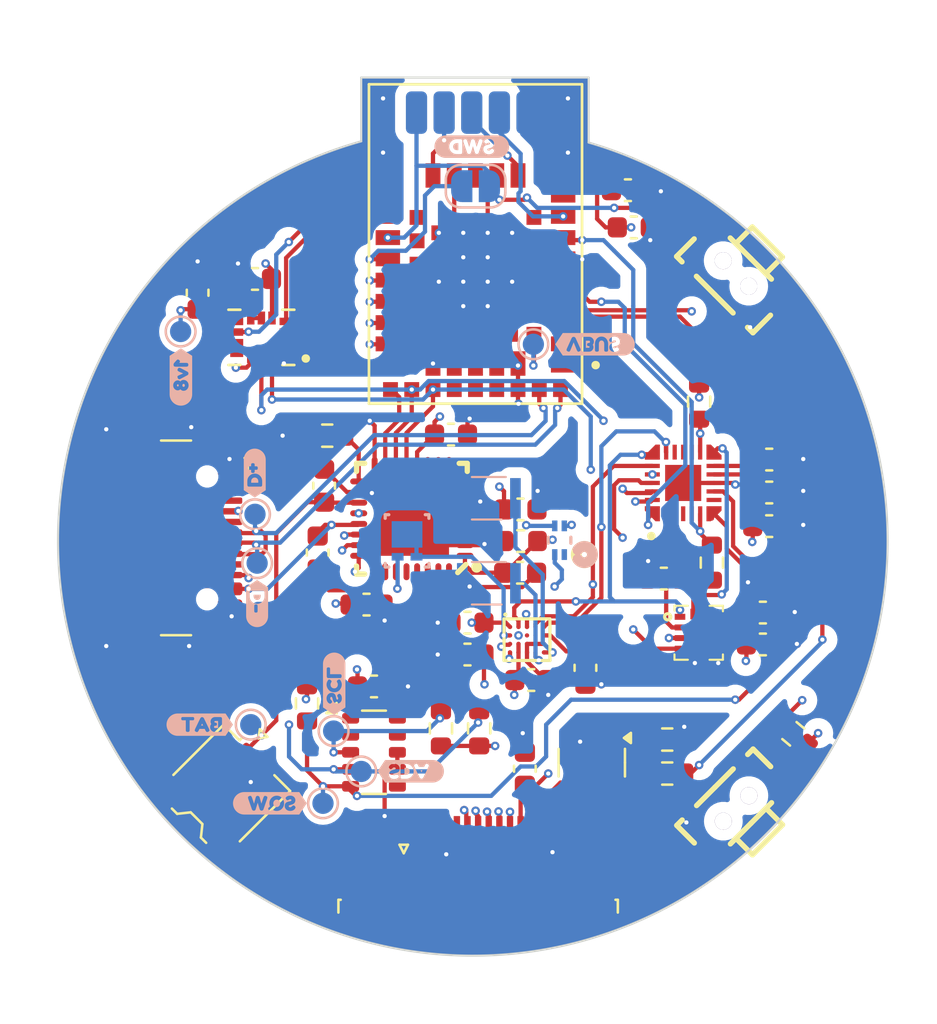
<source format=kicad_pcb>
(kicad_pcb (version 20240108) (generator "pcbnew") (generator_version "8.0")
  (layers (0 "F.Cu" signal) (1 "In1.Cu" power "VCC") (2 "In2.Cu" power "1v8") (31 "B.Cu" signal) (34 "B.Paste" user) (35 "F.Paste" user) (36 "B.SilkS" user "B.Silkscreen") (37 "F.SilkS" user "F.Silkscreen") (38 "B.Mask" user) (39 "F.Mask" user) (44 "Edge.Cuts" user))
  (net 0 "")
  (net 1 "/~{MAX_RST_0}")
  (net 2 "GND")
  (net 3 "+1V8")
  (net 4 "VCC")
  (net 5 "VUSB")
  (net 6 "+BATT")
  (net 7 "VBUS")
  (net 8 "/VCORE")
  (net 9 "/VREF")
  (net 10 "CC2")
  (net 11 "D-")
  (net 12 "D+")
  (net 14 "CC1")
  (net 16 "SWDIO")
  (net 17 "SWDCLK")
  (net 18 "~{RST}")
  (net 19 "SWO")
  (net 20 "~{TFT_RST}")
  (net 21 "/SW1")
  (net 22 "/PD1")
  (net 23 "/GREEN")
  (net 24 "/PD2")
  (net 25 "/Vg")
  (net 26 "/LEDK")
  (net 27 "/VSET1")
  (net 28 "SDA")
  (net 29 "SCL")
  (net 30 "SQW")
  (net 31 "BTN1")
  (net 32 "~{MAX_RST}")
  (net 33 "TFT_BCKL")
  (net 34 "~{PPG_INT}")
  (net 35 "MOSI")
  (net 36 "SCK")
  (net 37 "/IR")
  (net 39 "MISO")
  (net 40 "/RED")
  (net 41 "PPG_CS")
  (net 48 "MEM_INT2")
  (net 51 "MEM_INT1")
  (net 53 "SHPHLD")
  (net 67 "~{TFT_CS}")
  (net 76 "TFT_MOSI")
  (net 83 "TFT_DC")
  (net 93 "MFIO")
  (net 95 "TFT_SCK")
  (net 99 "ACCEL_CS")
  (net 100 "ACCEL_INT")
  (footprint "LXTD-0204-034:SW-SMD_LXTD-0204-034" (layer "F.Cu") (at 132.407691 85.607691 45)
    (property "Reference" "SW1" (hide yes))
    (property "Value" "SW_Push")
  )
  (footprint "Resistor_SMD:R_0603_1608Metric" (layer "F.Cu") (at 118.75 82.075 90)
    (property "Reference" "R5" (hide yes))
    (property "Value" "4.7k")
  )
  (footprint "Resistor_SMD:R_0603_1608Metric" (layer "F.Cu") (at 131.5 74.275 -90)
    (property "Reference" "R8" (hide yes))
    (property "Value" "100n")
  )
  (footprint "Capacitor_SMD:C_0603_1608Metric" (layer "F.Cu") (at 119.225 68.25)
    (property "Reference" "C14" (hide yes))
    (property "Value" "100n")
  )
  (footprint "Resistor_SMD:R_0603_1608Metric" (layer "F.Cu") (at 129.4 84.2)
    (property "Reference" "R10" (hide yes))
    (property "Value" "470")
  )
  (footprint "Inductor_SMD:L_0603_1608Metric" (layer "F.Cu") (at 122.506524 73.259725 180)
    (property "Reference" "L1" (hide yes))
    (property "Value" "2.2uH")
  )
  (footprint "Capacitor_SMD:C_0603_1608Metric" (layer "F.Cu") (at 127.825 58.5)
    (property "Reference" "C11" (hide yes))
    (property "Value" "100n")
  )
  (footprint "Capacitor_SMD:C_0603_1608Metric" (layer "F.Cu") (at 122.475 74.75)
    (property "Reference" "C3" (hide yes))
    (property "Value" "10u")
  )
  (footprint "Capacitor_SMD:C_0603_1608Metric" (layer "F.Cu") (at 120 77.1 180)
    (property "Reference" "C13" (hide yes))
    (property "Value" "10u")
  )
  (footprint "Connector_USB:USB_C_Receptacle_GCT_USB4110" (layer "F.Cu") (at 105.145 73.11 -90)
    (property "Reference" "J2" (hide yes))
    (property "Value" "USB_C_Receptacle_USB2.0")
  )
  (footprint "Capacitor_SMD:C_0603_1608Metric" (layer "F.Cu") (at 110 60.925 180)
    (property "Reference" "C7" (hide yes))
    (property "Value" "100n")
  )
  (footprint "Capacitor_SMD:C_0603_1608Metric" (layer "F.Cu") (at 122.493722 71.771794)
    (property "Reference" "C5" (hide yes))
    (property "Value" "10u")
  )
  (footprint "MAX32664GTGC_:IC_MAX32664GTGC_" (layer "F.Cu") (at 130.15 70.525 90)
    (property "Reference" "U9" (hide yes))
    (property "Value" "MAX32664GTGC_")
  )
  (footprint "LXTD-0204-034:SW-SMD_LXTD-0204-034" (layer "F.Cu") (at 132.4 60.9 135)
    (property "Reference" "SW2" (hide yes))
    (property "Value" "SW_Push")
  )
  (footprint "Capacitor_SMD:C_0603_1608Metric" (layer "F.Cu") (at 133.9 78.125)
    (property "Reference" "C25" (hide yes))
    (property "Value" "100n")
  )
  (footprint "npm1300_qfn:QFN-32_L5.0-W5.0-P0.50-TL-EP3.5" (layer "F.Cu") (at 117.380013 72.203609 180)
    (property "Reference" "U5" (hide yes))
    (property "Value" "NPM1300-QEAA-R7")
  )
  (footprint "Capacitor_SMD:C_0603_1608Metric" (layer "F.Cu") (at 129.239238 75.025894 180)
    (property "Reference" "C1" (hide yes))
    (property "Value" "1u")
  )
  (footprint "NINA-B306-00B-00:XCVR_NINA-B306-00B-00" (layer "F.Cu") (at 120.376511 59.281116 180)
    (property "Reference" "U6" (hide yes))
    (property "Value" "NINA-B306-00B-00")
  )
  (footprint "Package_SON:RTC_SMD_MicroCrystal_C3_2.5x3.7mm" (layer "F.Cu") (at 115.6 83.2)
    (property "Reference" "U3" (hide yes))
    (property "Value" "RV-8523-C3")
  )
  (footprint "Capacitor_SMD:C_0603_1608Metric" (layer "F.Cu") (at 125.55 79.225 -90)
    (property "Reference" "C21" (hide yes))
    (property "Value" "1u")
  )
  (footprint "Capacitor_SMD:C_0603_1608Metric" (layer "F.Cu") (at 120 78.6 180)
    (property "Reference" "C2" (hide yes))
    (property "Value" "100n")
  )
  (footprint "LIS2DS12:LGA-12_L2.0-W2.0-P0.50-BL" (layer "F.Cu") (at 130.88 77.575 -90)
    (property "Reference" "U8" (hide yes))
    (property "Value" "LIS2DS12")
  )
  (footprint "Capacitor_SMD:C_0603_1608Metric" (layer "F.Cu") (at 134.197839 72.557603)
    (property "Reference" "C20" (hide yes))
    (property "Value" "1u")
  )
  (footprint "gc9a01_fpc:15p_tft_P0.5" (layer "F.Cu") (at 120.5 88.1)
    (property "Reference" "U7" (hide yes))
    (property "Value" "GC9A01_IPS_display_SPI")
  )
  (footprint "Resistor_SMD:R_0603_1608Metric" (layer "F.Cu") (at 135.331987 82.3303 140)
    (property "Reference" "R7" (hide yes))
    (property "Value" "1k")
  )
  (footprint "Capacitor_SMD:C_0603_1608Metric" (layer "F.Cu") (at 107.3 61.575 90)
    (property "Reference" "C8" (hide yes))
    (property "Value" "100n")
  )
  (footprint "LSM6DSOXTR:PQFN50P250X300X86-14N" (layer "F.Cu") (at 110.3 63.675 180)
    (property "Reference" "U4" (hide yes))
    (property "Value" "LSM6DSOXTR")
  )
  (footprint "Capacitor_SMD:C_0603_1608Metric" (layer "F.Cu") (at 115.25 76.25)
    (property "Reference" "C15" (hide yes))
    (property "Value" "1u")
  )
  (footprint "Capacitor_SMD:C_0603_1608Metric" (layer "F.Cu") (at 123 79.8)
    (property "Reference" "C22" (hide yes))
    (property "Value" "10u")
  )
  (footprint "Package_TO_SOT_SMD:SOT-23" (layer "F.Cu") (at 125.85 83.6875 -90)
    (property "Reference" "Q1" (hide yes))
    (property "Value" "BSS138")
  )
  (footprint "Capacitor_SMD:C_0603_1608Metric" (layer "F.Cu") (at 133.9 76.625)
    (property "Reference" "C24" (hide yes))
    (property "Value" "100n")
  )
  (footprint "Capacitor_SMD:C_0603_1608Metric" (layer "F.Cu") (at 122.7 83.975 -90)
    (property "Reference" "C10" (hide yes))
    (property "Value" "100n")
  )
  (footprint "MAX86141:BGA-20_L2.0-W1.8-R4-C5-P0.40-TL" (layer "F.Cu") (at 122.8 77.9)
    (property "Reference" "U1" (hide yes))
    (property "Value" "MAX86141ENP+T")
  )
  (footprint "Resistor_SMD:R_0603_1608Metric" (layer "F.Cu") (at 120.55 82.075 90)
    (property "Reference" "R4" (hide yes))
    (property "Value" "4.7k")
  )
  (footprint "Capacitor_SMD:C_0603_1608Metric" (layer "F.Cu") (at 112.95 73.8 -90)
    (property "Reference" "C6" (hide yes))
    (property "Value" "1u")
  )
  (footprint "Connector_JST:JST_ACH_BM02B-ACHSS-GAN-ETF_1x02-1MP_P1.20mm_Vertical" (layer "F.Cu") (at 108.6 84.95 -45)
    (property "Reference" "J1" (hide yes))
    (property "Value" "BAT")
  )
  (footprint "Resistor_SMD:R_0603_1608Metric" (layer "F.Cu") (at 130.9 66.7 -90)
    (property "Reference" "R11" (hide yes))
    (property "Value" "4.7k")
  )
  (footprint "Capacitor_SMD:C_0603_1608Metric" (layer "F.Cu") (at 113.252882 70.65583 90)
    (property "Reference" "C9" (hide yes))
    (property "Value" "2.2u")
  )
  (footprint "Capacitor_SMD:C_0603_1608Metric" (layer "F.Cu") (at 127.55 56.75)
    (property "Reference" "C12" (hide yes))
    (property "Value" "100n")
  )
  (footprint "Capacitor_SMD:C_0603_1608Metric" (layer "F.Cu") (at 134.2 70.975)
    (property "Reference" "C19" (hide yes))
    (property "Value" "1u")
  )
  (footprint "Capacitor_SMD:C_0603_1608Metric" (layer "F.Cu") (at 134.2 69.425)
    (property "Reference" "C18" (hide yes))
    (property "Value" "1u")
  )
  (footprint "Capacitor_SMD:C_0603_1608Metric" (layer "F.Cu") (at 115.6 80.1)
    (property "Reference" "C4" (hide yes))
    (property "Value" "100n")
  )
  (footprint "Resistor_SMD:R_0603_1608Metric" (layer "F.Cu") (at 112.45 80.9 -90)
    (property "Reference" "R6" (hide yes))
    (property "Value" "4.7k")
  )
  (footprint "Resistor_SMD:R_0603_1608Metric" (layer "F.Cu") (at 113.4 68.3 180)
    (property "Reference" "R1" (hide yes))
    (property "Value" "47k")
  )
  (footprint "Resistor_SMD:R_0603_1608Metric" (layer "F.Cu") (at 129.4 82.6 180)
    (property "Reference" "R9" (hide yes))
    (property "Value" "47k")
  )
  (footprint "TestPoint:TestPoint_Pad_D1.0mm" (layer "B.Cu") (at 113.7 82.2 90)
    (property "Reference" "TP2" (hide yes))
    (property "Value" "TestPoint")
  )
  (footprint "Jumper:SolderJumper-2_P1.3mm_Open_RoundedPad1.0x1.5mm" (layer "B.Cu") (at 120.380233 56.561055)
    (property "Reference" "JP1" (hide yes))
    (property "Value" "SolderJumper_2_Open")
  )
  (footprint "Connector_Wire:SolderWirePad_1x01_SMD_1x2mm" (layer "B.Cu") (at 117.6 53.1 180)
    (property "Reference" "J5" (hide yes))
    (property "Value" "~{RST}")
  )
  (footprint "kibuzzard-685D6535" (layer "B.Cu") (at 110.1 76.2 -90)
    (property "Reference" "kibuzzard-685D6535" (hide yes))
    (property "Value" "G***" (hide yes))
  )
  (footprint "kibuzzard-685D657A" (layer "B.Cu") (at 107.4 81.9 180)
    (property "Reference" "kibuzzard-685D657A" (hide yes))
    (property "Value" "G***" (hide yes))
  )
  (footprint "kibuzzard-685D65B1" (layer "B.Cu") (at 126 64)
    (property "Reference" "kibuzzard-685D65B1" (hide yes))
    (property "Value" "G***" (hide yes))
  )
  (footprint "FIREFLY E2218:CT DBLP31.12-6C5D-56-J6Q4_OSR" (layer "B.Cu") (at 117.1555 73.2507 90)
    (property "Reference" "LED2" (hide yes))
    (property "Value" "CT DBLP31.12-6C5D-56-J6Q4")
  )
  (footprint "kibuzzard-685D6567" (layer "B.Cu") (at 113.727564 79.973951 90)
    (property "Reference" "kibuzzard-685D6567" (hide yes))
    (property "Value" "G***" (hide yes))
  )
  (footprint "TestPoint:TestPoint_Pad_D1.0mm" (layer "B.Cu") (at 109.8 81.9 180)
    (property "Reference" "TP8" (hide yes))
    (property "Value" "TestPoint")
  )
  (footprint "SFH-2703:SFH2703" (layer "B.Cu") (at 121.0055 71.2459 180)
    (property "Reference" "LED1" (hide yes))
    (property "Value" "SFH_2703" (hide yes))
  )
  (footprint "SFH-2703:SFH2703" (layer "B.Cu") (at 121.0055 75.2459 180)
    (property "Reference" "LED3" (hide yes))
    (property "Value" "SFH_2703" (hide yes))
  )
  (footprint "TestPoint:TestPoint_Pad_D1.0mm" (layer "B.Cu") (at 115 84.1 180)
    (property "Reference" "TP1" (hide yes))
    (property "Value" "TestPoint")
  )
  (footprint "TestPoint:TestPoint_Pad_D1.0mm" (layer "B.Cu") (at 106.5 63.4)
    (property "Reference" "TP5" (hide yes))
    (property "Value" "TestPoint")
  )
  (footprint "TestPoint:TestPoint_Pad_D1.0mm" (layer "B.Cu") (at 113.2 85.6 180)
    (property "Reference" "TP6" (hide yes))
    (property "Value" "TestPoint")
  )
  (footprint "TestPoint:TestPoint_Pad_D1.0mm" (layer "B.Cu") (at 123.1 64 180)
    (property "Reference" "TP7" (hide yes))
    (property "Value" "TestPoint")
  )
  (footprint "Connector_Wire:SolderWirePad_1x01_SMD_1x2mm" (layer "B.Cu") (at 121.5 53.1 180)
    (property "Reference" "J6" (hide yes))
    (property "Value" "SWO")
  )
  (footprint "Connector_Wire:SolderWirePad_1x01_SMD_1x2mm" (layer "B.Cu") (at 120.2 53.1 180)
    (property "Reference" "J4" (hide yes))
    (property "Value" "SWDCLK")
  )
  (footprint "SFH-7015:SFH 7015_OSR" (layer "B.Cu") (at 124.555499 73.8959)
    (property "Reference" "U2" (hide yes))
    (property "Value" "SFH_7015")
  )
  (footprint "TestPoint:TestPoint_Pad_D1.0mm" (layer "B.Cu") (at 110.1 74.3 90)
    (property "Reference" "TP4" (hide yes))
    (property "Value" "TestPoint")
  )
  (footprint "kibuzzard-685D654C" (layer "B.Cu") (at 117.330419 84.093041)
    (property "Reference" "kibuzzard-685D654C" (hide yes))
    (property "Value" "G***" (hide yes))
  )
  (footprint "Connector_Wire:SolderWirePad_1x01_SMD_1x2mm" (layer "B.Cu") (at 118.9 53.1 180)
    (property "Reference" "J3" (hide yes))
    (property "Value" "SWDIO")
  )
  (footprint "Connector_Wire:SolderWirePad_1x01_SMD_1x2mm" (layer "B.Cu") (at 122.8 53.1 180)
    (property "Reference" "J7" (hide yes))
    (property "Value" "GND")
  )
  (footprint "kibuzzard-685D6522" (layer "B.Cu") (at 109.988216 70.060509 90)
    (property "Reference" "kibuzzard-685D6522" (hide yes))
    (property "Value" "G***" (hide yes))
  )
  (footprint "TestPoint:TestPoint_Pad_D1.0mm" (layer "B.Cu") (at 110 72 180)
    (property "Reference" "TP3" (hide yes))
    (property "Value" "TestPoint")
  )
  (footprint "kibuzzard-685D6588" (layer "B.Cu") (at 110.7 85.6 180)
    (property "Reference" "kibuzzard-685D6588" (hide yes))
    (property "Value" "G***" (hide yes))
  )
  (footprint "kibuzzard-68615877" (layer "B.Cu") (at 120.2 54.7 180)
    (property "Reference" "kibuzzard-68615877" (hide yes))
    (property "Value" "G***" (hide yes))
  )
  (footprint "kibuzzard-686159F7" (layer "B.Cu") (at 106.513024 65.539073 -90)
    (property "Reference" "kibuzzard-686159F7" (hide yes))
    (property "Value" "G***" (hide yes))
  )
  (gr_line (start 115 51.45) (end 125.7 51.45) (stroke (width 0.1)) (layer "Edge.Cuts"))
  (gr_line (start 115 54.45) (end 115 51.45) (stroke (width 0.1)) (layer "Edge.Cuts"))
  (gr_line (start 125.7 51.45) (end 125.7 54.5) (stroke (width 0.1)) (layer "Edge.Cuts"))
  (gr_arc (start 125.698123 54.506456) (mid 120.146995 92.769013) (end 115 54.45) (stroke (width 0.1)) (layer "Edge.Cuts"))
  (segment (start 130.014238 75.025894) (end 131.425894 75.025894) (width 0.2) (layer "F.Cu") (net 1))
  (segment (start 131.425894 75.025894) (end 131.5 75.1) (width 0.2) (layer "F.Cu") (net 1))
  (segment (start 111.46 64.8) (end 111.36 64.9) (width 0.2) (layer "F.Cu") (net 2))
  (segment (start 116.1 84.200001) (end 116.300001 84) (width 0.2) (layer "F.Cu") (net 2))
  (segment (start 115.630013 67.830013) (end 115.4 67.6) (width 0.2) (layer "F.Cu") (net 2))
  (segment (start 123.667573 79.8) (end 123.775 79.8) (width 0.2) (layer "F.Cu") (net 2))
  (segment (start 119.880013 73.453609) (end 120.746391 73.453609) (width 0.2) (layer "F.Cu") (net 2))
  (segment (start 108.825 69.425) (end 108.8 69.4) (width 0.2) (layer "F.Cu") (net 2))
  (segment (start 123.775 80.475) (end 123.8 80.5) (width 0.2) (layer "F.Cu") (net 2))
  (segment (start 131.5 71.875) (end 131.5 72.2) (width 0.2) (layer "F.Cu") (net 2))
  (segment (start 114.880013 70.953609) (end 114.325661 70.953609) (width 0.2) (layer "F.Cu") (net 2))
  (segment (start 132.909117 62.795046) (end 132.909117 62.809117) (width 0.2) (layer "F.Cu") (net 2))
  (segment (start 111.46 64.425) (end 111.46 64.8) (width 0.2) (layer "F.Cu") (net 2))
  (segment (start 122.7 82.4) (end 122.6 82.3) (width 0.2) (layer "F.Cu") (net 2))
  (segment (start 120.546391 71.453609) (end 120.6 71.4) (width 0.2) (layer "F.Cu") (net 2))
  (segment (start 135.725 70.975) (end 135.8 70.9) (width 0.2) (layer "F.Cu") (net 2))
  (segment (start 133.037868 74.462132) (end 133.2 74.624264) (width 0.2) (layer "F.Cu") (net 2))
  (segment (start 125.381116 59.981116) (end 125.4 60) (width 0.2) (layer "F.Cu") (net 2))
  (segment (start 112.95 74.575) (end 112.95 75.05) (width 0.2) (layer "F.Cu") (net 2))
  (segment (start 128.464238 75.025894) (end 128.464238 74.235762) (width 0.2) (layer "F.Cu") (net 2))
  (segment (start 128.325 56.75) (end 129.05 56.75) (width 0.2) (layer "F.Cu") (net 2))
  (segment (start 108.25 68) (end 107.1 68) (width 0.2) (layer "F.Cu") (net 2))
  (segment (start 122.376511 66.131116) (end 122.376511 66.776511) (width 0.2) (layer "F.Cu") (net 2))
  (segment (start 115.35 75.575) (end 116.025 76.25) (width 0.2) (layer "F.Cu") (net 2))
  (segment (start 107.3 60.8) (end 107.3 60.1) (width 0.2) (layer "F.Cu") (net 2))
  (segment (start 115.453609 70.953609) (end 115.5 71) (width 0.2) (layer "F.Cu") (net 2))
  (segment (start 116.300001 84) (end 116.7 84) (width 0.2) (layer "F.Cu") (net 2))
  (segment (start 124.501511 59.981116) (end 125.381116 59.981116) (width 0.2) (layer "F.Cu") (net 2))
  (segment (start 135.375 76.625) (end 135.4 76.6) (width 0.2) (layer "F.Cu") (net 2))
  (segment (start 130.512645 86.287355) (end 130.3 86.5) (width 0.2) (layer "F.Cu") (net 2))
  (segment (start 130.225 82.6) (end 130.225 82.025) (width 0.2) (layer "F.Cu") (net 2))
  (segment (start 111.46 63.425) (end 111.46 64.425) (width 0.2) (layer "F.Cu") (net 2))
  (segment (start 128.6 58.5) (end 128.6 59.1) (width 0.2) (layer "F.Cu") (net 2))
  (segment (start 128.464238 74.235762) (end 128.5 74.2) (width 0.2) (layer "F.Cu") (net 2))
  (segment (start 130.63 78.93) (end 130.7 79) (width 0.2) (layer "F.Cu") (net 2))
  (segment (start 124.9 82.75) (end 125.25 82.75) (width 0.2) (layer "F.Cu") (net 2))
  (segment (start 115.630013 69.703609) (end 115.630013 67.830013) (width 0.2) (layer "F.Cu") (net 2))
  (segment (start 130.63 78.455) (end 130.63 78.93) (width 0.2) (layer "F.Cu") (net 2))
  (segment (start 118.630013 73.453609) (end 117.380013 72.203609) (width 0.2) (layer "F.Cu") (net 2))
  (segment (start 131.76 77.825) (end 131.76 78.325) (width 0.2) (layer "F.Cu") (net 2))
  (segment (start 119.376511 56.056116) (end 119.376511 58.031116) (width 0.2) (layer "F.Cu") (net 2))
  (segment (start 125.25 82.75) (end 125.3 82.7) (width 0.2) (layer "F.Cu") (net 2))
  (segment (start 122.7 83.2) (end 122.7 82.4) (width 0.2) (layer "F.Cu") (net 2))
  (segment (start 122.8 78.5) (end 122.8 78.1) (width 0.2) (layer "F.Cu") (net 2))
  (segment (start 108.825 76.725) (end 108.9 76.8) (width 0.2) (layer "F.Cu") (net 2))
  (segment (start 124 86.75) (end 124 87.9) (width 0.2) (layer "F.Cu") (net 2))
  (segment (start 134.675 78.125) (end 135.475 78.125) (width 0.2) (layer "F.Cu") (net 2))
  (segment (start 109.8 61.5) (end 109.225 60.925) (width 0.2) (layer "F.Cu") (net 2))
  (segment (start 125.55 80) (end 126.3 80) (width 0.2) (layer "F.Cu") (net 2))
  (segment (start 114.880013 70.953609) (end 115.453609 70.953609) (width 0.2) (layer "F.Cu") (net 2))
  (segment (start 134.975 69.425) (end 135.775 69.425) (width 0.2) (layer "F.Cu") (net 2))
  (segment (start 133.2 74.624264) (end 133.2 75.2) (width 0.2) (layer "F.Cu") (net 2))
  (segment (start 120.746391 73.453609) (end 120.8 73.4) (width 0.2) (layer "F.Cu") (net 2))
  (segment (start 122.376511 65) (end 122.376511 66.131116) (width 0.2) (layer "F.Cu") (net 2))
  (segment (start 113.475 75.575) (end 115.35 75.575) (width 0.2) (layer "F.Cu") (net 2))
  (segment (start 122.8 78.1) (end 123.6 78.1) (width 0.2) (layer "F.Cu") (net 2))
  (segment (start 134.675 76.625) (end 135.375 76.625) (width 0.2) (layer "F.Cu") (net 2))
  (segment (start 130.15 70.525) (end 131.6 70.525) (width 0.2) (layer "F.Cu") (net 2))
  (segment (start 134.972839 72.557603) (end 135.742397 72.557603) (width 0.2) (layer "F.Cu") (net 2))
  (segment (start 116.375 80.1) (end 117.2 80.1) (width 0.2) (layer "F.Cu") (net 2))
  (segment (start 103.02 78.22) (end 103 78.2) (width 0.2) (layer "F.Cu") (net 2))
  (segment (start 110.350089 84.049911) (end 109.8 84.6) (width 0.2) (layer "F.Cu") (net 2))
  (segment (start 107.1 68) (end 107 67.9) (width 0.2) (layer "F.Cu") (net 2))
  (segment (start 119.376511 58.031116) (end 118.651511 58.756116) (width 0.2) (layer "F.Cu") (net 2))
  (segment (start 119.225 77.1) (end 118.6 77.1) (width 0.2) (layer "F.Cu") (net 2))
  (segment (start 104.32 78.22) (end 103.02 78.22) (width 0.2) (layer "F.Cu") (net 2))
  (segment (start 123.268722 71.771794) (end 123.268722 70.931278) (width 0.2) (layer "F.Cu") (net 2))
  (segment (start 109.225 60.925) (end 109.225 60.225) (width 0.2) (layer "F.Cu") (net 2))
  (segment (start 116.025 76.25) (end 116.025 76.925) (width 0.2) (layer "F.Cu") (net 2))
  (segment (start 106.92 78.22) (end 106.9 78.2) (width 0.2) (layer "F.Cu") (net 2))
  (segment (start 109.225 60.225) (end 109.2 60.2) (width 0.2) (layer "F.Cu") (net 2))
  (segment (start 120.951511 56.481116) (end 120.951511 58.756116) (width 0.2) (layer "F.Cu") (net 2))
  (segment (start 134.975 70.975) (end 135.725 70.975) (width 0.2) (layer "F.Cu") (net 2))
  (segment (start 119.880013 73.453609) (end 118.630013 73.453609) (width 0.2) (layer "F.Cu") (net 2))
  (segment (start 135.475 78.125) (end 135.5 78.1) (width 0.2) (layer "F.Cu") (net 2))
  (segment (start 131.6 70.525) (end 132.525 70.525) (width 0.2) (layer "F.Cu") (net 2))
  (segment (start 119 86.75) (end 119 88) (width 0.2) (layer "F.Cu") (net 2))
  (segment (start 122.8 78.932427) (end 123.667573 79.8) (width 0.2) (layer "F.Cu") (net 2))
  (segment (start 135.775 69.425) (end 135.8 69.4) (width 0.2) (layer "F.Cu") (net 2))
  (segment (start 104.32 68) (end 103 68) (width 0.2) (layer "F.Cu") (net 2))
  (segment (start 129.05 56.75) (end 129.1 56.8) (width 0.2) (layer "F.Cu") (net 2))
  (segment (start 116.1 86.2) (end 116.1 84.200001) (width 0.2) (layer "F.Cu") (net 2))
  (segment (start 119.880013 71.453609) (end 120.546391 71.453609) (width 0.2) (layer "F.Cu") (net 2))
  (segment (start 122.376511 64.906116) (end 122.376511 65) (width 0.2) (layer "F.Cu") (net 2))
  (segment (start 110.350089 84.048439) (end 110.350089 84.049911) (width 0.2) (layer "F.Cu") (net 2))
  (segment (start 131.76 78.96) (end 131.8 79) (width 0.2) (layer "F.Cu") (net 2))
  (segment (start 121.376511 56.056116) (end 120.951511 56.481116) (width 0.2) (layer "F.Cu") (net 2))
  (segment (start 108.25 78.22) (end 106.92 78.22) (width 0.2) (layer "F.Cu") (net 2))
  (segment (start 109.8 62.765) (end 109.8 61.5) (width 0.2) (layer "F.Cu") (net 2))
  (segment (start 114.325661 70.953609) (end 113.252882 69.88083) (width 0.2) (layer "F.Cu") (net 2))
  (segment (start 120 68.25) (end 120 67.6) (width 0.2) (layer "F.Cu") (net 2))
  (segment (start 116.7 83.2) (end 116.7 84) (width 0.2) (layer "F.Cu") (net 2))
  (segment (start 120 67.6) (end 120.1 67.5) (width 0.2) (layer "F.Cu") (net 2))
  (segment (start 132.909117 62.809117) (end 133.3 63.2) (width 0.2) (layer "F.Cu") (net 2))
  (segment (start 132.2 72.575) (end 132.2 73.624264) (width 0.2) (layer "F.Cu") (net 2))
  (segment (start 112.95 75.05) (end 113.475 75.575) (width 0.2) (layer "F.Cu") (net 2))
  (segment (start 109.8 62.765) (end 110.3 62.765) (width 0.2) (layer "F.Cu") (net 2))
  (segment (start 131.76 78.325) (end 131.76 78.96) (width 0.2) (layer "F.Cu") (net 2))
  (segment (start 130.63 78.455) (end 131.13 78.455) (width 0.2) (layer "F.Cu") (net 2))
  (segment (start 130.225 82.025) (end 130.2 82) (width 0.2) (layer "F.Cu") (net 2))
  (segment (start 116.025 76.925) (end 116.1 77) (width 0.2) (layer "F.Cu") (net 2))
  (segment (start 122.575 75.425) (end 120.125 75.425) (width 0.2) (layer "F.Cu") (net 2))
  (segment (start 108.825 69.91) (end 108.825 69.425) (width 0.2) (layer "F.Cu") (net 2))
  (segment (start 122.376511 66.776511) (end 122.4 66.8) (width 0.2) (layer "F.Cu") (net 2))
  (segment (start 131.5 71.875) (end 132.2 72.575) (width 0.2) (layer "F.Cu") (net 2))
  (segment (start 123.775 79.8) (end 123.775 80.475) (width 0.2) (layer "F.Cu") (net 2))
  (segment (start 112.575 68.3) (end 111.3 68.3) (width 0.2) (layer "F.Cu") (net 2))
  (segment (start 132.525 70.525) (end 132.6 70.6) (width 0.2) (layer "F.Cu") (net 2))
  (segment (start 120.125 75.425) (end 120.1 75.4) (width 0.2) (layer "F.Cu") (net 2))
  (segment (start 119.225 78.6) (end 118.6 78.6) (width 0.2) (layer "F.Cu") (net 2))
  (segment (start 123.25 74.75) (end 122.575 75.425) (width 0.2) (layer "F.Cu") (net 2))
  (segment (start 108.825 76.31) (end 108.825 76.725) (width 0.2) (layer "F.Cu") (net 2))
  (segment (start 122.8 78.5) (end 122.8 78.932427) (width 0.2) (layer "F.Cu") (net 2))
  (segment (start 130.512645 86.116808) (end 130.512645 86.287355) (width 0.2) (layer "F.Cu") (net 2))
  (segment (start 123.268722 70.931278) (end 123.3 70.9) (width 0.2) (layer "F.Cu") (net 2))
  (segment (start 132.2 73.624264) (end 133.037868 74.462132) (width 0.2) (layer "F.Cu") (net 2))
  (segment (start 135.742397 72.557603) (end 135.8 72.5) (width 0.2) (layer "F.Cu") (net 2))
  (via (at 109.2 60.2) (size 0.4) (drill 0.2) (layers "F.Cu" "B.Cu") (net 2))
  (via (at 116.026511 54.981116) (size 0.4) (drill 0.2) (layers "F.Cu" "B.Cu") (net 2))
  (via (at 119.801511 62.206116) (size 0.4) (drill 0.2) (layers "F.Cu" "B.Cu") (net 2))
  (via (at 103 68) (size 0.4) (drill 0.2) (layers "F.Cu" "B.Cu") (net 2))
  (via (at 120.1 67.5) (size 0.4) (drill 0.2) (layers "F.Cu" "B.Cu") (net 2))
  (via (at 122.101511 58.756116) (size 0.4) (drill 0.2) (layers "F.Cu" "B.Cu") (net 2))
  (via (at 107.3 60.1) (size 0.4) (drill 0.2) (layers "F.Cu" "B.Cu") (net 2))
  (via (at 108.9 76.8) (size 0.4) (drill 0.2) (layers "F.Cu" "B.Cu") (net 2))
  (via (at 120.1 75.4) (size 0.4) (drill 0.2) (layers "F.Cu" "B.Cu") (net 2))
  (via (at 132.6 70.6) (size 0.4) (drill 0.2) (layers "F.Cu" "B.Cu") (net 2))
  (via (at 119.801511 59.906116) (size 0.4) (drill 0.2) (layers "F.Cu" "B.Cu") (net 2))
  (via (at 129.1 56.8) (size 0.4) (drill 0.2) (layers "F.Cu" "B.Cu") (net 2))
  (via (at 128.5 74.2) (size 0.4) (drill 0.2) (layers "F.Cu" "B.Cu") (net 2))
  (via (at 111.3 68.3) (size 0.4) (drill 0.2) (layers "F.Cu" "B.Cu") (net 2))
  (via (at 115.5 71) (size 0.4) (drill 0.2) (layers "F.Cu" "B.Cu") (net 2))
  (via (at 118.6 77.1) (size 0.4) (drill 0.2) (layers "F.Cu" "B.Cu") (net 2))
  (via (at 122.6 82.3) (size 0.4) (drill 0.2) (layers "F.Cu" "B.Cu") (net 2))
  (via (at 130.3 86.5) (size 0.4) (drill 0.2) (layers "F.Cu" "B.Cu") (net 2))
  (via (at 135.8 70.9) (size 0.4) (drill 0.2) (layers "F.Cu" "B.Cu") (net 2))
  (via (at 120.951511 58.756116) (size 0.4) (drill 0.2) (layers "F.Cu" "B.Cu") (net 2))
  (via (at 120.6 71.4) (size 0.4) (drill 0.2) (layers "F.Cu" "B.Cu") (net 2))
  (via (at 119.801511 58.756116) (size 0.4) (drill 0.2) (layers "F.Cu" "B.Cu") (net 2))
  (via (at 135.8 72.5) (size 0.4) (drill 0.2) (layers "F.Cu" "B.Cu") (net 2))
  (via (at 120.8 73.4) (size 0.4) (drill 0.2) (layers "F.Cu" "B.Cu") (net 2))
  (via (at 107 67.9) (size 0.4) (drill 0.2) (layers "F.Cu" "B.Cu") (net 2))
  (via (at 125.4 60) (size 0.4) (drill 0.2) (layers "F.Cu" "B.Cu") (net 2))
  (via (at 115.4 67.6) (size 0.4) (drill 0.2) (layers "F.Cu" "B.Cu") (net 2))
  (via (at 128.6 59.1) (size 0.4) (drill 0.2) (layers "F.Cu" "B.Cu") (net 2))
  (via (at 135.4 76.6) (size 0.4) (drill 0.2) (layers "F.Cu" "B.Cu") (net 2))
  (via (at 103 78.2) (size 0.4) (drill 0.2) (layers "F.Cu" "B.Cu") (net 2))
  (via (at 106.9 78.2) (size 0.4) (drill 0.2) (layers "F.Cu" "B.Cu") (net 2))
  (via (at 119 88) (size 0.4) (drill 0.2) (layers "F.Cu" "B.Cu") (net 2))
  (via (at 120.951511 62.206116) (size 0.4) (drill 0.2) (layers "F.Cu" "B.Cu") (net 2))
  (via (at 122.101511 61.056116) (size 0.4) (drill 0.2) (layers "F.Cu" "B.Cu") (net 2))
  (via (at 118.6 78.6) (size 0.4) (drill 0.2) (layers "F.Cu" "B.Cu") (net 2))
  (via (at 122.376511 65) (size 0.4) (drill 0.2) (layers "F.Cu" "B.Cu") (net 2))
  (via (at 123.8 80.5) (size 0.4) (drill 0.2) (layers "F.Cu" "B.Cu") (net 2))
  (via (at 133.3 63.2) (size 0.4) (drill 0.2) (layers "F.Cu" "B.Cu") (net 2))
  (via (at 116.1 77) (size 0.4) (drill 0.2) (layers "F.Cu" "B.Cu") (net 2))
  (via (at 135.5 78.1) (size 0.4) (drill 0.2) (layers "F.Cu" "B.Cu") (net 2))
  (via (at 124.726511 54.981116) (size 0.4) (drill 0.2) (layers "F.Cu" "B.Cu") (net 2))
  (via (at 124 87.9) (size 0.4) (drill 0.2) (layers "F.Cu" "B.Cu") (net 2))
  (via (at 118.651511 58.756116) (size 0.4) (drill 0.2) (layers "F.Cu" "B.Cu") (net 2))
  (via (at 109.8 84.6) (size 0.4) (drill 0.2) (layers "F.Cu" "B.Cu") (net 2))
  (via (at 119.801511 61.056116) (size 0.4) (drill 0.2) (layers "F.Cu" "B.Cu") (net 2))
  (via (at 125.3 82.7) (size 0.4) (drill 0.2) (layers "F.Cu" "B.Cu") (net 2))
  (via (at 122.4 66.8) (size 0.4) (drill 0.2) (layers "F.Cu" "B.Cu") (net 2))
  (via (at 116.1 86.2) (size 0.4) (drill 0.2) (layers "F.Cu" "B.Cu") (net 2))
  (via (at 120.951511 61.056116) (size 0.4) (drill 0.2) (layers "F.Cu" "B.Cu") (net 2))
  (via (at 111.36 64.9) (size 0.4) (drill 0.2) (layers "F.Cu" "B.Cu") (net 2))
  (via (at 135.8 69.4) (size 0.4) (drill 0.2) (layers "F.Cu" "B.Cu") (net 2))
  (via (at 118.651511 61.056116) (size 0.4) (drill 0.2) (layers "F.Cu" "B.Cu") (net 2))
  (via (at 131.8 79) (size 0.4) (drill 0.2) (layers "F.Cu" "B.Cu") (net 2))
  (via (at 117.2 80.1) (size 0.4) (drill 0.2) (layers "F.Cu" "B.Cu") (net 2))
  (via (at 130.2 82) (size 0.4) (drill 0.2) (layers "F.Cu" "B.Cu") (net 2))
  (via (at 124.726511 52.431116) (size 0.4) (drill 0.2) (layers "F.Cu" "B.Cu") (net 2))
  (via (at 108.8 69.4) (size 0.4) (drill 0.2) (layers "F.Cu" "B.Cu") (net 2))
  (via (at 133.2 75.2) (size 0.4) (drill 0.2) (layers "F.Cu" "B.Cu") (net 2))
  (via (at 126.3 80) (size 0.4) (drill 0.2) (layers "F.Cu" "B.Cu") (net 2))
  (via (at 116.026511 52.431116) (size 0.4) (drill 0.2) (layers "F.Cu" "B.Cu") (net 2))
  (via (at 120.951511 59.906116) (size 0.4) (drill 0.2) (layers "F.Cu" "B.Cu") (net 2))
  (via (at 123.3 70.9) (size 0.4) (drill 0.2) (layers "F.Cu" "B.Cu") (net 2))
  (via (at 130.7 79) (size 0.4) (drill 0.2) (layers "F.Cu" "B.Cu") (net 2))
  (via (at 118.376511 64.906116) (size 0.4) (drill 0.2) (layers "F.Cu" "B.Cu") (net 2))
  (segment (start 132.6 70.6) (end 135.5 70.6) (width 0.2) (layer "B.Cu") (net 2))
  (segment (start 135.5 70.6) (end 135.8 70.9) (width 0.2) (layer "B.Cu") (net 2))
  (segment (start 132.925 76.825) (end 133.125 76.625) (width 0.2) (layer "F.Cu") (net 3))
  (segment (start 108.85 62.35) (end 107.3 62.35) (width 0.2) (layer "F.Cu") (net 3))
  (segment (start 114.825 80.1) (end 114.825 79.325) (width 0.2) (layer "F.Cu") (net 3))
  (segment (start 106.55 62.35) (end 106.5 62.4) (width 0.2) (layer "F.Cu") (net 3))
  (segment (start 125.881116 55.981116) (end 126.1 56.2) (width 0.2) (layer "F.Cu") (net 3))
  (segment (start 133.125 78.125) (end 133.125 78.875) (width 0.2) (layer "F.Cu") (net 3))
  (segment (start 126.15 56.75) (end 126.1 56.7) (width 0.2) (layer "F.Cu") (net 3))
  (segment (start 126.5 58.5) (end 127.05 58.5) (width 0.2) (layer "F.Cu") (net 3))
  (segment (start 114.825 79.325) (end 114.8 79.3) (width 0.2) (layer "F.Cu") (net 3))
  (segment (start 114.825 81.275) (end 114.5 81.6) (width 0.2) (layer "F.Cu") (net 3))
  (segment (start 133.025 70.125) (end 133.425 70.525) (width 0.2) (layer "F.Cu") (net 3))
  (segment (start 124.501511 55.981116) (end 125.881116 55.981116) (width 0.2) (layer "F.Cu") (net 3))
  (segment (start 119.880013 73.953609) (end 119.880013 74.380013) (width 0.2) (layer "F.Cu") (net 3))
  (segment (start 122.225 79.8) (end 122.225 80.475) (width 0.2) (layer "F.Cu") (net 3))
  (segment (start 112.45 80.075) (end 112.45 80.65) (width 0.2) (layer "F.Cu") (net 3))
  (segment (start 120.775 78.6) (end 120.775 79.975) (width 0.2) (layer "F.Cu") (net 3))
  (segment (start 133.422839 72.557603) (end 133.422839 73.277161) (width 0.2) (layer "F.Cu") (net 3))
  (segment (start 112.45 80.65) (end 112.4 80.7) (width 0.2) (layer "F.Cu") (net 3))
  (segment (start 110.8 62.765) (end 110.8 60.95) (width 0.2) (layer "F.Cu") (net 3))
  (segment (start 123.294024 73.259725) (end 123.940275 73.259725) (width 0.2) (layer "F.Cu") (net 3))
  (segment (start 110.775 60.475) (end 110.775 60.925) (width 0.2) (layer "F.Cu") (net 3))
  (segment (start 131.76 77.325) (end 132.825 77.325) (width 0.2) (layer "F.Cu") (net 3))
  (segment (start 132.825 77.325) (end 133.125 77.625) (width 0.2) (layer "F.Cu") (net 3))
  (segment (start 128.175 70.525) (end 128.05 70.4) (width 0.2) (layer "F.Cu") (net 3))
  (segment (start 120.775 79.975) (end 120.8 80) (width 0.2) (layer "F.Cu") (net 3))
  (segment (start 133.425 72.555442) (end 133.422839 72.557603) (width 0.2) (layer "F.Cu") (net 3))
  (segment (start 122.4 78.5) (end 122.4 79.625) (width 0.2) (layer "F.Cu") (net 3))
  (segment (start 107.3 62.35) (end 106.55 62.35) (width 0.2) (layer "F.Cu") (net 3))
  (segment (start 135.963974 82.836026) (end 136.5 82.3) (width 0.2) (layer "F.Cu") (net 3))
  (segment (start 133.125 77.625) (end 133.125 78.125) (width 0.2) (layer "F.Cu") (net 3))
  (segment (start 109.8 64.585) (end 109.8 64.9) (width 0.2) (layer "F.Cu") (net 3))
  (segment (start 109.8 64.9) (end 109.6 65.1) (width 0.2) (layer "F.Cu") (net 3))
  (segment (start 121.7 74.75) (end 121.803749 74.75) (width 0.2) (layer "F.Cu") (net 3))
  (segment (start 124.501511 55.981116) (end 124.501511 56.981116) (width 0.2) (layer "F.Cu") (net 3))
  (segment (start 131.6 70.125) (end 133.025 70.125) (width 0.2) (layer "F.Cu") (net 3))
  (segment (start 126.1 56.2) (end 126.1 56.7) (width 0.2) (layer "F.Cu") (net 3))
  (segment (start 120.25 74.75) (end 121.7 74.75) (width 0.2) (layer "F.Cu") (net 3))
  (segment (start 122.4 79.625) (end 122.225 79.8) (width 0.2) (layer "F.Cu") (net 3))
  (segment (start 120.55 82.9) (end 118.75 82.9) (width 0.2) (layer "F.Cu") (net 3))
  (segment (start 122.225 80.475) (end 122.2 80.5) (width 0.2) (layer "F.Cu") (net 3))
  (segment (start 128.7 70.525) (end 128.175 70.525) (width 0.2) (layer "F.Cu") (net 3))
  (segment (start 122.4 78.1) (end 122.4 78.5) (width 0.2) (layer "F.Cu") (net 3))
  (segment (start 131.76 76.825) (end 132.925 76.825) (width 0.2) (layer "F.Cu") (net 3))
  (segment (start 133.422839 73.277161) (end 133.4 73.3) (width 0.2) (layer "F.Cu") (net 3))
  (segment (start 119.880013 74.380013) (end 120.25 74.75) (width 0.2) (layer "F.Cu") (net 3))
  (segment (start 133.125 78.875) (end 133.1 78.9) (width 0.2) (layer "F.Cu") (net 3))
  (segment (start 109.6 65.1) (end 109.1 65.1) (width 0.2) (layer "F.Cu") (net 3))
  (segment (start 126.1 56.7) (end 126.1 58.1) (width 0.2) (layer "F.Cu") (net 3))
  (segment (start 127.134314 70.4) (end 126.9 70.634314) (width 0.2) (layer "F.Cu") (net 3))
  (segment (start 133.425 70.975) (end 133.425 72.555442) (width 0.2) (layer "F.Cu") (net 3))
  (segment (start 123.940275 73.259725) (end 124 73.2) (width 0.2) (layer "F.Cu") (net 3))
  (segment (start 110.8 60.95) (end 110.775 60.925) (width 0.2) (layer "F.Cu") (net 3))
  (segment (start 126.775 56.75) (end 126.15 56.75) (width 0.2) (layer "F.Cu") (net 3))
  (segment (start 121.803749 74.75) (end 123.294024 73.259725) (width 0.2) (layer "F.Cu") (net 3))
  (segment (start 109.14 62.925) (end 109.14 62.64) (width 0.2) (layer "F.Cu") (net 3))
  (segment (start 133.425 70.525) (end 133.425 70.975) (width 0.2) (layer "F.Cu") (net 3))
  (segment (start 126.9 70.634314) (end 126.9 72.7) (width 0.2) (layer "F.Cu") (net 3))
  (segment (start 126.9 72.7) (end 127.3 73.1) (width 0.2) (layer "F.Cu") (net 3))
  (segment (start 135.963974 82.8606) (end 135.963974 82.836026) (width 0.2) (layer "F.Cu") (net 3))
  (segment (start 120.55 82.9) (end 121.3 82.9) (width 0.2) (layer "F.Cu") (net 3))
  (segment (start 127.05 58.5) (end 127.7 58.5) (width 0.2) (layer "F.Cu") (net 3))
  (segment (start 130.9 65.875) (end 130.9 66.5) (width 0.2) (layer "F.Cu") (net 3))
  (segment (start 126.1 58.1) (end 126.5 58.5) (width 0.2) (layer "F.Cu") (net 3))
  (segment (start 114.825 80.1) (end 114.825 81.275) (width 0.2) (layer "F.Cu") (net 3))
  (segment (start 109.14 62.64) (end 108.85 62.35) (width 0.2) (layer "F.Cu") (net 3))
  (segment (start 110.5 60.2) (end 110.775 60.475) (width 0.2) (layer "F.Cu") (net 3))
  (segment (start 131.76 76.825) (end 131.76 77.325) (width 0.2) (layer "F.Cu") (net 3))
  (segment (start 128.05 70.4) (end 127.134314 70.4) (width 0.2) (layer "F.Cu") (net 3))
  (via (at 109.1 65.1) (size 0.4) (drill 0.2) (layers "F.Cu" "B.Cu") (net 3))
  (via (at 133.4 73.3) (size 0.4) (drill 0.2) (layers "F.Cu" "B.Cu") (net 3))
  (via (at 121.3 82.9) (size 0.4) (drill 0.2) (layers "F.Cu" "B.Cu") (net 3))
  (via (at 106.5 62.4) (size 0.4) (drill 0.2) (layers "F.Cu" "B.Cu") (net 3))
  (via (at 120.8 80) (size 0.4) (drill 0.2) (layers "F.Cu" "B.Cu") (net 3))
  (via (at 130.9 66.5) (size 0.4) (drill 0.2) (layers "F.Cu" "B.Cu") (net 3))
  (via (at 136.5 82.3) (size 0.4) (drill 0.2) (layers "F.Cu" "B.Cu") (net 3))
  (via (at 114.8 79.3) (size 0.4) (drill 0.2) (layers "F.Cu" "B.Cu") (net 3))
  (via (at 133.1 78.9) (size 0.4) (drill 0.2) (layers "F.Cu" "B.Cu") (net 3))
  (via (at 124 73.2) (size 0.4) (drill 0.2) (layers "F.Cu" "B.Cu") (net 3))
  (via (at 122.2 80.5) (size 0.4) (drill 0.2) (layers "F.Cu" "B.Cu") (net 3))
  (via (at 127.3 73.1) (size 0.4) (drill 0.2) (layers "F.Cu" "B.Cu") (net 3))
  (via (at 112.4 80.7) (size 0.4) (drill 0.2) (layers "F.Cu" "B.Cu") (net 3))
  (via (at 110.5 60.2) (size 0.4) (drill 0.2) (layers "F.Cu" "B.Cu") (net 3))
  (via (at 127.7 58.5) (size 0.4) (drill 0.2) (layers "F.Cu" "B.Cu") (net 3))
  (segment (start 106.5 63.4) (end 106.5 62.4) (width 0.2) (layer "B.Cu") (net 3))
  (segment (start 122.5 86.75) (end 123 86.75) (width 0.2) (layer "F.Cu") (net 4))
  (segment (start 122.7 84.75) (end 123.25 84.75) (width 0.2) (layer "F.Cu") (net 4))
  (segment (start 117.630013 69.703609) (end 117.630013 69.069987) (width 0.2) (layer "F.Cu") (net 4))
  (segment (start 117.630013 69.069987) (end 118.45 68.25) (width 0.2) (layer "F.Cu") (net 4))
  (segment (start 119.880013 72.453609) (end 121.036907 72.453609) (width 0.2) (layer "F.Cu") (net 4))
  (segment (start 121.718722 71.771794) (end 121.718722 70.918722) (width 0.2) (layer "F.Cu") (net 4))
  (segment (start 118.45 67.65) (end 118.7 67.4) (width 0.2) (layer "F.Cu") (net 4))
  (segment (start 118.45 68.25) (end 118.45 67.65) (width 0.2) (layer "F.Cu") (net 4))
  (segment (start 121.718722 70.918722) (end 121.5 70.7) (width 0.2) (layer "F.Cu") (net 4))
  (segment (start 122.5 84.95) (end 122.7 84.75) (width 0.2) (layer "F.Cu") (net 4))
  (segment (start 121.036907 72.453609) (end 121.718722 71.771794) (width 0.2) (layer "F.Cu") (net 4))
  (segment (start 122.5 86.75) (end 122.5 84.95) (width 0.2) (layer "F.Cu") (net 4))
  (segment (start 120.775 77.1) (end 120.2 77.1) (width 0.2) (layer "F.Cu") (net 4))
  (segment (start 123.25 84.75) (end 123.8 84.2) (width 0.2) (layer "F.Cu") (net 4))
  (segment (start 121.8 77.1) (end 120.775 77.1) (width 0.2) (layer "F.Cu") (net 4))
  (segment (start 122 77.3) (end 121.8 77.1) (width 0.2) (layer "F.Cu") (net 4))
  (via (at 121.5 70.7) (size 0.4) (drill 0.2) (layers "F.Cu" "B.Cu") (net 4))
  (via (at 120.2 77.1) (size 0.4) (drill 0.2) (layers "F.Cu" "B.Cu") (net 4))
  (via (at 116.7 75.5) (size 0.4) (drill 0.2) (layers "F.Cu" "B.Cu") (net 4))
  (via (at 124.9 72.5) (size 0.4) (drill 0.2) (layers "F.Cu" "B.Cu") (net 4))
  (via (at 114.880013 71.953609) (size 0.4) (drill 0.2) (layers "F.Cu" "B.Cu") (net 4))
  (via (at 118.7 67.4) (size 0.4) (drill 0.2) (layers "F.Cu" "B.Cu") (net 4))
  (via (at 123.8 84.2) (size 0.4) (drill 0.2) (layers "F.Cu" "B.Cu") (net 4))
  (segment (start 116.711 74) (end 116.711 75.489) (width 0.2) (layer "B.Cu") (net 4))
  (segment (start 124.8541 72.5459) (end 124.9 72.5) (width 0.2) (layer "B.Cu") (net 4))
  (segment (start 124.5555 72.5459) (end 124.8541 72.5459) (width 0.2) (layer "B.Cu") (net 4))
  (segment (start 116.711 75.489) (end 116.7 75.5) (width 0.2) (layer "B.Cu") (net 4))
  (segment (start 109.7 75.51) (end 108.825 75.51) (width 0.2) (layer "F.Cu") (net 5))
  (segment (start 113.3 72.5) (end 113.6 72.5) (width 0.2) (layer "F.Cu") (net 5))
  (segment (start 107.2 71.2) (end 107.2 75.05) (width 0.2) (layer "F.Cu") (net 5))
  (segment (start 112.95 72.85) (end 113.3 72.5) (width 0.2) (layer "F.Cu") (net 5))
  (segment (start 108.250001 70.71) (end 107.960001 71) (width 0.2) (layer "F.Cu") (net 5))
  (segment (start 107.525 75.375) (end 108.008883 75.375) (width 0.2) (layer "F.Cu") (net 5))
  (segment (start 113.6 72.5) (end 114.833622 72.5) (width 0.2) (layer "F.Cu") (net 5))
  (segment (start 108.008883 75.375) (end 108.143883 75.51) (width 0.2) (layer "F.Cu") (net 5))
  (segment (start 112.95 73.025) (end 112.95 72.85) (width 0.2) (layer "F.Cu") (net 5))
  (segment (start 107.4 71) (end 107.2 71.2) (width 0.2) (layer "F.Cu") (net 5))
  (segment (start 114.833622 72.5) (end 114.880013 72.453609) (width 0.2) (layer "F.Cu") (net 5))
  (segment (start 108.825 70.71) (end 108.250001 70.71) (width 0.2) (layer "F.Cu") (net 5))
  (segment (start 107.960001 71) (end 107.4 71) (width 0.2) (layer "F.Cu") (net 5))
  (segment (start 108.143883 75.51) (end 108.825 75.51) (width 0.2) (layer "F.Cu") (net 5))
  (segment (start 107.2 75.05) (end 107.525 75.375) (width 0.2) (layer "F.Cu") (net 5))
  (via (at 113.6 72.5) (size 0.4) (drill 0.2) (layers "F.Cu" "B.Cu") (net 5))
  (via (at 109.7 75.51) (size 0.4) (drill 0.2) (layers "F.Cu" "B.Cu") (net 5))
  (segment (start 109.7 75.51) (end 110.59 75.51) (width 0.2) (layer "B.Cu") (net 5))
  (segment (start 110.59 75.51) (end 113.6 72.5) (width 0.2) (layer "B.Cu") (net 5))
  (segment (start 112.46917 71.43083) (end 113.252882 71.43083) (width 0.2) (layer "F.Cu") (net 6))
  (segment (start 113.275661 71.453609) (end 113.252882 71.43083) (width 0.2) (layer "F.Cu") (net 6))
  (segment (start 109.501561 83.199911) (end 110.300736 82.400736) (width 0.2) (layer "F.Cu") (net 6))
  (segment (start 111 81.701472) (end 111 72.9) (width 0.2) (layer "F.Cu") (net 6))
  (segment (start 111 72.9) (end 112.46917 71.43083) (width 0.2) (layer "F.Cu") (net 6))
  (segment (start 114.880013 71.453609) (end 113.275661 71.453609) (width 0.2) (layer "F.Cu") (net 6))
  (segment (start 110.300736 82.400736) (end 111 81.701472) (width 0.2) (layer "F.Cu") (net 6))
  (via (at 110.300736 82.400736) (size 0.4) (drill 0.2) (layers "F.Cu" "B.Cu") (net 6))
  (segment (start 109.8 81.9) (end 110.300736 82.400736) (width 0.2) (layer "B.Cu") (net 6))
  (segment (start 123.126511 63.531116) (end 123.126511 64.973489) (width 0.2) (layer "F.Cu") (net 7))
  (segment (start 114.425 76.2) (end 114.475 76.25) (width 0.2) (layer "F.Cu") (net 7))
  (segment (start 114.880013 72.953609) (end 114.246391 72.953609) (width 0.2) (layer "F.Cu") (net 7))
  (segment (start 123.126511 64.973489) (end 123.1 65) (width 0.2) (layer "F.Cu") (net 7))
  (segment (start 114.246391 72.953609) (end 114.2 73) (width 0.2) (layer "F.Cu") (net 7))
  (segment (start 113.8 76.2) (end 114.425 76.2) (width 0.2) (layer "F.Cu") (net 7))
  (via (at 113.8 76.2) (size 0.4) (drill 0.2) (layers "F.Cu" "B.Cu") (net 7))
  (via (at 123.1 65) (size 0.4) (drill 0.2) (layers "F.Cu" "B.Cu") (net 7))
  (via (at 114.2 73) (size 0.4) (drill 0.2) (layers "F.Cu" "B.Cu") (net 7))
  (segment (start 123.1 64) (end 123.1 65) (width 0.2) (layer "B.Cu") (net 7))
  (segment (start 131.6 69.725) (end 133.125 69.725) (width 0.2) (layer "F.Cu") (net 8))
  (segment (start 133.125 69.725) (end 133.425 69.425) (width 0.2) (layer "F.Cu") (net 8))
  (segment (start 123.6 77.7) (end 123.9 77.7) (width 0.2) (layer "F.Cu") (net 9))
  (segment (start 124.65 78.45) (end 125.55 78.45) (width 0.2) (layer "F.Cu") (net 9))
  (segment (start 123.9 77.7) (end 124.65 78.45) (width 0.2) (layer "F.Cu") (net 9))
  (segment (start 114.880013 73.953609) (end 114.880013 74.519987) (width 0.2) (layer "F.Cu") (net 10))
  (segment (start 108.825 74.86) (end 109.56 74.86) (width 0.2) (layer "F.Cu") (net 10))
  (segment (start 109.56 74.86) (end 109.7 75) (width 0.2) (layer "F.Cu") (net 10))
  (segment (start 114.880013 74.519987) (end 114.7 74.7) (width 0.2) (layer "F.Cu") (net 10))
  (via (at 114.7 74.7) (size 0.4) (drill 0.2) (layers "F.Cu" "B.Cu") (net 10))
  (via (at 109.7 75) (size 0.4) (drill 0.2) (layers "F.Cu" "B.Cu") (net 10))
  (segment (start 124.376511 66.131116) (end 124.376511 66.848489) (width 0.2) (layer "F.Cu") (net 11))
  (segment (start 107.94 72.36) (end 107.8 72.5) (width 0.2) (layer "F.Cu") (net 11))
  (segment (start 108.849999 73.335001) (end 109.954115 73.335001) (width 0.2) (layer "F.Cu") (net 11))
  (segment (start 124.376511 66.848489) (end 124.225 67) (width 0.2) (layer "F.Cu") (net 11))
  (segment (start 107.8 72.5) (end 107.8 73.2) (width 0.2) (layer "F.Cu") (net 11))
  (segment (start 109.954115 73.335001) (end 110.054114 73.435) (width 0.2) (layer "F.Cu") (net 11))
  (segment (start 107.8 73.2) (end 107.96 73.36) (width 0.2) (layer "F.Cu") (net 11))
  (segment (start 108.825 72.36) (end 107.94 72.36) (width 0.2) (layer "F.Cu") (net 11))
  (segment (start 107.96 73.36) (end 108.825 73.36) (width 0.2) (layer "F.Cu") (net 11))
  (segment (start 108.825 73.36) (end 108.849999 73.335001) (width 0.2) (layer "F.Cu") (net 11))
  (via (at 110.054114 73.435) (size 0.4) (drill 0.2) (layers "F.Cu" "B.Cu") (net 11))
  (via (at 124.225 67) (size 0.4) (drill 0.2) (layers "F.Cu" "B.Cu") (net 11))
  (segment (start 110.054114 73.435) (end 110.154113 73.335001) (width 0.2) (layer "B.Cu") (net 11))
  (segment (start 110.154113 73.335001) (end 111.183199 73.335001) (width 0.2) (layer "B.Cu") (net 11))
  (segment (start 124.125001 67.099999) (end 124.225 67) (width 0.2) (layer "B.Cu") (net 11))
  (segment (start 110.1 74.3) (end 110.1 73.480886) (width 0.2) (layer "B.Cu") (net 11))
  (segment (start 110.1 73.480886) (end 110.054114 73.435) (width 0.2) (layer "B.Cu") (net 11))
  (segment (start 111.183199 73.335001) (end 115.7932 68.725) (width 0.2) (layer "B.Cu") (net 11))
  (segment (start 123.1932 68.725) (end 124.125001 67.793199) (width 0.2) (layer "B.Cu") (net 11))
  (segment (start 124.125001 67.793199) (end 124.125001 67.099999) (width 0.2) (layer "B.Cu") (net 11))
  (segment (start 115.7932 68.725) (end 123.1932 68.725) (width 0.2) (layer "B.Cu") (net 11))
  (segment (start 110.5 73) (end 110.285 72.785) (width 0.2) (layer "F.Cu") (net 12))
  (segment (start 108.84 73.875) (end 110.325 73.875) (width 0.2) (layer "F.Cu") (net 12))
  (segment (start 109.954115 72.884999) (end 110.054114 72.785) (width 0.2) (layer "F.Cu") (net 12))
  (segment (start 110.285 72.785) (end 110.054114 72.785) (width 0.2) (layer "F.Cu") (net 12))
  (segment (start 110.325 73.875) (end 110.5 73.7) (width 0.2) (layer "F.Cu") (net 12))
  (segment (start 123.376511 66.131116) (end 123.376511 66.801511) (width 0.2) (layer "F.Cu") (net 12))
  (segment (start 108.825 73.86) (end 108.84 73.875) (width 0.2) (layer "F.Cu") (net 12))
  (segment (start 108.849999 72.884999) (end 109.954115 72.884999) (width 0.2) (layer "F.Cu") (net 12))
  (segment (start 110.5 73.7) (end 110.5 73) (width 0.2) (layer "F.Cu") (net 12))
  (segment (start 108.825 72.86) (end 108.849999 72.884999) (width 0.2) (layer "F.Cu") (net 12))
  (segment (start 123.376511 66.801511) (end 123.575 67) (width 0.2) (layer "F.Cu") (net 12))
  (via (at 110.054114 72.785) (size 0.4) (drill 0.2) (layers "F.Cu" "B.Cu") (net 12))
  (via (at 123.575 67) (size 0.4) (drill 0.2) (layers "F.Cu" "B.Cu") (net 12))
  (segment (start 123.0068 68.275) (end 123.674999 67.606801) (width 0.2) (layer "B.Cu") (net 12))
  (segment (start 110 72.730886) (end 110.054114 72.785) (width 0.2) (layer "B.Cu") (net 12))
  (segment (start 110.154113 72.884999) (end 110.996801 72.884999) (width 0.2) (layer "B.Cu") (net 12))
  (segment (start 110.996801 72.884999) (end 115.6068 68.275) (width 0.2) (layer "B.Cu") (net 12))
  (segment (start 123.674999 67.606801) (end 123.674999 67.099999) (width 0.2) (layer "B.Cu") (net 12))
  (segment (start 123.674999 67.099999) (end 123.575 67) (width 0.2) (layer "B.Cu") (net 12))
  (segment (start 115.6068 68.275) (end 123.0068 68.275) (width 0.2) (layer "B.Cu") (net 12))
  (segment (start 110 72) (end 110 72.730886) (width 0.2) (layer "B.Cu") (net 12))
  (segment (start 110.054114 72.785) (end 110.154113 72.884999) (width 0.2) (layer "B.Cu") (net 12))
  (segment (start 114.346391 73.453609) (end 114.1 73.7) (width 0.2) (layer "F.Cu") (net 14))
  (segment (start 114.880013 73.453609) (end 114.346391 73.453609) (width 0.2) (layer "F.Cu") (net 14))
  (segment (start 108.841893 71.843107) (end 108.825 71.86) (width 0.2) (layer "F.Cu") (net 14))
  (segment (start 109.215533 71.843107) (end 108.841893 71.843107) (width 0.2) (layer "F.Cu") (net 14))
  (via (at 109.215533 71.843107) (size 0.4) (drill 0.2) (layers "F.Cu" "B.Cu") (net 14))
  (via (at 114.1 73.7) (size 0.4) (drill 0.2) (layers "F.Cu" "B.Cu") (net 14))
  (segment (start 118.9 54.5) (end 118.9 54.4) (width 0.2) (layer "F.Cu") (net 16))
  (segment (start 118.376511 55.023489) (end 118.5 54.9) (width 0.2) (layer "F.Cu") (net 16))
  (segment (start 118.5 54.9) (end 118.9 54.5) (width 0.2) (layer "F.Cu") (net 16))
  (segment (start 118.376511 56.056116) (end 118.376511 55.023489) (width 0.2) (layer "F.Cu") (net 16))
  (via (at 118.9 54.4) (size 0.4) (drill 0.2) (layers "F.Cu" "B.Cu") (net 16))
  (segment (start 118.9 54.4) (end 118.9 53.1) (width 0.2) (layer "B.Cu") (net 16))
  (segment (start 122.376511 55.619835) (end 122.376511 56.056116) (width 0.2) (layer "F.Cu") (net 17))
  (segment (start 121.878338 55.121662) (end 122.376511 55.619835) (width 0.2) (layer "F.Cu") (net 17))
  (via (at 121.878338 55.121662) (size 0.4) (drill 0.2) (layers "F.Cu" "B.Cu") (net 17))
  (segment (start 121.878338 55.121662) (end 120.2 53.443324) (width 0.2) (layer "B.Cu") (net 17))
  (segment (start 120.2 53.443324) (end 120.2 53.1) (width 0.2) (layer "B.Cu") (net 17))
  (segment (start 121.5 57.2) (end 122.7 57.2) (width 0.2) (layer "F.Cu") (net 18))
  (segment (start 128.763392 57.581116) (end 130.504954 59.322678) (width 0.2) (layer "F.Cu") (net 18))
  (segment (start 130.504954 59.322678) (end 130.504954 60.390883) (width 0.2) (layer "F.Cu") (net 18))
  (segment (start 126.9 57.581116) (end 128.763392 57.581116) (width 0.2) (layer "F.Cu") (net 18))
  (segment (start 122.7 57.2) (end 122.8 57.1) (width 0.2) (layer "F.Cu") (net 18))
  (via (at 122.8 57.1) (size 0.4) (drill 0.2) (layers "F.Cu" "B.Cu") (net 18))
  (via (at 116.251511 58.981116) (size 0.4) (drill 0.2) (layers "F.Cu" "B.Cu") (net 18))
  (via (at 126.9 57.581116) (size 0.4) (drill 0.2) (layers "F.Cu" "B.Cu") (net 18))
  (via (at 121.5 57.2) (size 0.4) (drill 0.2) (layers "F.Cu" "B.Cu") (net 18))
  (segment (start 117.6 53.1) (end 117.6 55.6) (width 0.2) (layer "B.Cu") (net 18))
  (segment (start 121.030233 56.730233) (end 121.030233 56.561055) (width 0.2) (layer "B.Cu") (net 18))
  (segment (start 117.018884 58.981116) (end 116.251511 58.981116) (width 0.2) (layer "B.Cu") (net 18))
  (segment (start 121.030233 56.561055) (end 121.030233 55.930233) (width 0.2) (layer "B.Cu") (net 18))
  (segment (start 126.9 57.581116) (end 123.281116 57.581116) (width 0.2) (layer "B.Cu") (net 18))
  (segment (start 121.030233 55.930233) (end 120.7 55.6) (width 0.2) (layer "B.Cu") (net 18))
  (segment (start 120.7 55.6) (end 117.6 55.6) (width 0.2) (layer "B.Cu") (net 18))
  (segment (start 117.6 58.4) (end 117.018884 58.981116) (width 0.2) (layer "B.Cu") (net 18))
  (segment (start 121.5 57.2) (end 121.030233 56.730233) (width 0.2) (layer "B.Cu") (net 18))
  (segment (start 117.6 55.6) (end 117.6 58.4) (width 0.2) (layer "B.Cu") (net 18))
  (segment (start 123.281116 57.581116) (end 122.8 57.1) (width 0.2) (layer "B.Cu") (net 18))
  (via (at 124.501511 57.981116) (size 0.4) (drill 0.2) (layers "F.Cu" "B.Cu") (net 19))
  (segment (start 122.4 57.3) (end 123.081116 57.981116) (width 0.2) (layer "B.Cu") (net 19))
  (segment (start 121.5 53.1) (end 121.5 54.034314) (width 0.2) (layer "B.Cu") (net 19))
  (segment (start 121.5 54.034314) (end 122.5 55.034314) (width 0.2) (layer "B.Cu") (net 19))
  (segment (start 122.5 55.034314) (end 122.5 56.8) (width 0.2) (layer "B.Cu") (net 19))
  (segment (start 122.4 56.9) (end 122.4 57.3) (width 0.2) (layer "B.Cu") (net 19))
  (segment (start 123.081116 57.981116) (end 124.501511 57.981116) (width 0.2) (layer "B.Cu") (net 19))
  (segment (start 122.5 56.8) (end 122.4 56.9) (width 0.2) (layer "B.Cu") (net 19))
  (segment (start 119.842906 85.920021) (end 119.941992 86.019107) (width 0.2) (layer "F.Cu") (net 20))
  (segment (start 116.232627 60) (end 116.251511 59.981116) (width 0.2) (layer "F.Cu") (net 20))
  (segment (start 119.941992 86.691992) (end 120 86.75) (width 0.2) (layer "F.Cu") (net 20))
  (segment (start 119.941992 86.019107) (end 119.941992 86.691992) (width 0.2) (layer "F.Cu") (net 20))
  (segment (start 115.4 60) (end 116.232627 60) (width 0.2) (layer "F.Cu") (net 20))
  (via (at 115.4 60) (size 0.4) (drill 0.2) (layers "F.Cu" "B.Cu") (net 20))
  (via (at 119.842906 85.920021) (size 0.4) (drill 0.2) (layers "F.Cu" "B.Cu") (net 20))
  (segment (start 119.730233 56.561055) (end 118.438945 56.561055) (width 0.2) (layer "B.Cu") (net 20))
  (segment (start 118 57) (end 118 58.7) (width 0.2) (layer "B.Cu") (net 20))
  (segment (start 117.1 59.6) (end 115.8 59.6) (width 0.2) (layer "B.Cu") (net 20))
  (segment (start 118.438945 56.561055) (end 118 57) (width 0.2) (layer "B.Cu") (net 20))
  (segment (start 115.8 59.6) (end 115.4 60) (width 0.2) (layer "B.Cu") (net 20))
  (segment (start 118 58.7) (end 117.1 59.6) (width 0.2) (layer "B.Cu") (net 20))
  (segment (start 119.880013 72.953609) (end 121.412908 72.953609) (width 0.2) (layer "F.Cu") (net 21))
  (segment (start 121.412908 72.953609) (end 121.719024 73.259725) (width 0.2) (layer "F.Cu") (net 21))
  (segment (start 123.6 78.5) (end 124 78.5) (width 0.2) (layer "F.Cu") (net 22))
  (via (at 124 78.5) (size 0.4) (drill 0.2) (layers "F.Cu" "B.Cu") (net 22))
  (segment (start 123.54 78.04) (end 123.54 74.84) (width 0.2) (layer "B.Cu") (net 22))
  (segment (start 123.54 74.84) (end 122.2555 73.5555) (width 0.2) (layer "B.Cu") (net 22))
  (segment (start 124 78.5) (end 123.54 78.04) (width 0.2) (layer "B.Cu") (net 22))
  (segment (start 122.2555 73.5555) (end 122.2555 71.2459) (width 0.2) (layer "B.Cu") (net 22))
  (segment (start 122 77.7) (end 121.7 77.7) (width 0.2) (layer "F.Cu") (net 23))
  (via (at 121.7 77.7) (size 0.4) (drill 0.2) (layers "F.Cu" "B.Cu") (net 23))
  (segment (start 117.6 74) (end 117.6 73.3904) (width 0.2) (layer "B.Cu") (net 23))
  (segment (start 120.2 74) (end 117.6 74) (width 0.2) (layer "B.Cu") (net 23))
  (segment (start 121.7 77.7) (end 121.7 75.5) (width 0.2) (layer "B.Cu") (net 23))
  (segment (start 121.7 75.5) (end 120.2 74) (width 0.2) (layer "B.Cu") (net 23))
  (segment (start 117.6 73.3904) (end 117.1555 72.9459) (width 0.2) (layer "B.Cu") (net 23))
  (segment (start 123.2 78.5) (end 123.2 78.710173) (width 0.2) (layer "F.Cu") (net 24))
  (segment (start 123.2 78.710173) (end 123.355931 78.866104) (width 0.2) (layer "F.Cu") (net 24))
  (via (at 123.355931 78.866104) (size 0.4) (drill 0.2) (layers "F.Cu" "B.Cu") (net 24))
  (segment (start 123.355931 78.866104) (end 123.2 78.710173) (width 0.2) (layer "B.Cu") (net 24))
  (segment (start 123.2 75.8) (end 122.6459 75.2459) (width 0.2) (layer "B.Cu") (net 24))
  (segment (start 123.2 78.710173) (end 123.2 75.8) (width 0.2) (layer "B.Cu") (net 24))
  (segment (start 122.6459 75.2459) (end 122.2555 75.2459) (width 0.2) (layer "B.Cu") (net 24))
  (segment (start 128.425 82.75) (end 128.575 82.6) (width 0.2) (layer "F.Cu") (net 25))
  (segment (start 126.8 82.75) (end 128.425 82.75) (width 0.2) (layer "F.Cu") (net 25))
  (segment (start 128.575 82.6) (end 128.575 84.2) (width 0.2) (layer "F.Cu") (net 25))
  (segment (start 124.375 84.625) (end 123.5 85.5) (width 0.2) (layer "F.Cu") (net 26))
  (segment (start 123.5 85.5) (end 123.5 86.75) (width 0.2) (layer "F.Cu") (net 26))
  (segment (start 125.85 84.625) (end 124.375 84.625) (width 0.2) (layer "F.Cu") (net 26))
  (segment (start 114.880013 70.453609) (end 114.880013 68.955013) (width 0.2) (layer "F.Cu") (net 27))
  (segment (start 114.880013 68.955013) (end 114.225 68.3) (width 0.2) (layer "F.Cu") (net 27))
  (segment (start 117.130013 69.703609) (end 117.130013 68.169987) (width 0.2) (layer "F.Cu") (net 28))
  (segment (start 110.8 64.585) (end 110.8 66.6) (width 0.2) (layer "F.Cu") (net 28))
  (segment (start 128.625 71) (end 128.7 70.925) (width 0.2) (layer "F.Cu") (net 28))
  (segment (start 118.376511 66.923489) (end 118.376511 66.131116) (width 0.2) (layer "F.Cu") (net 28))
  (segment (start 114.5 84) (end 113.7 84) (width 0.2) (layer "F.Cu") (net 28))
  (segment (start 127.3 70.8) (end 127.5 71) (width 0.2) (layer "F.Cu") (net 28))
  (segment (start 120.55 81.75) (end 120.5 81.8) (width 0.2) (layer "F.Cu") (net 28))
  (segment (start 120.55 81.25) (end 120.55 81.75) (width 0.2) (layer "F.Cu") (net 28))
  (segment (start 117.130013 68.169987) (end 118.376511 66.923489) (width 0.2) (layer "F.Cu") (net 28))
  (segment (start 127.5 71) (end 128.625 71) (width 0.2) (layer "F.Cu") (net 28))
  (via (at 110.8 66.6) (size 0.4) (drill 0.2) (layers "F.Cu" "B.Cu") (net 28))
  (via (at 120.5 81.8) (size 0.4) (drill 0.2) (layers "F.Cu" "B.Cu") (net 28))
  (via (at 125.8 69.9) (size 0.4) (drill 0.2) (layers "F.Cu" "B.Cu") (net 28))
  (via (at 111.6 81.9) (size 0.4) (drill 0.2) (layers "F.Cu" "B.Cu") (net 28))
  (via (at 113.7 84) (size 0.4) (drill 0.2) (layers "F.Cu" "B.Cu") (net 28))
  (via (at 118.376511 66.131116) (size 0.4) (drill 0.2) (layers "F.Cu" "B.Cu") (net 28))
  (via (at 127.3 70.8) (size 0.4) (drill 0.2) (layers "F.Cu" "B.Cu") (net 28))
  (segment (start 115 84.1) (end 113.8 84.1) (width 0.2) (layer "B.Cu") (net 28))
  (segment (start 111.6 81.9) (end 111.6 83.4) (width 0.2) (layer "B.Cu") (net 28))
  (segment (start 110.8 66.6) (end 117.907627 66.6) (width 0.2) (layer "B.Cu") (net 28))
  (segment (start 118.2 84.1) (end 115 84.1) (width 0.2) (layer "B.Cu") (net 28))
  (segment (start 120.5 81.8) (end 118.2 84.1) (width 0.2) (layer "B.Cu") (net 28))
  (segment (start 112.2 84) (end 113.7 84) (width 0.2) (layer "B.Cu") (net 28))
  (segment (start 124.531116 66.131116) (end 125.8 67.4) (width 0.2) (layer "B.Cu") (net 28))
  (segment (start 113.8 84.1) (end 113.7 84) (width 0.2) (layer "B.Cu") (net 28))
  (segment (start 125.8 67.4) (end 125.8 69.9) (width 0.2) (layer "B.Cu") (net 28))
  (segment (start 117.907627 66.6) (end 118.376511 66.131116) (width 0.2) (layer "B.Cu") (net 28))
  (segment (start 118.376511 66.131116) (end 124.531116 66.131116) (width 0.2) (layer "B.Cu") (net 28))
  (segment (start 111.6 83.4) (end 112.2 84) (width 0.2) (layer "B.Cu") (net 28))
  (segment (start 118.75 81.55) (end 118.7 81.6) (width 0.2) (layer "F.Cu") (net 29))
  (segment (start 110.3 64.585) (end 110.3 67.1) (width 0.2) (layer "F.Cu") (net 29))
  (segment (start 114.5 83.2) (end 113.7 83.2) (width 0.2) (layer "F.Cu") (net 29))
  (segment (start 117.376511 67.423489) (end 117.376511 66.131116) (width 0.2) (layer "F.Cu") (net 29))
  (segment (start 116.630013 68.169987) (end 117.376511 67.423489) (width 0.2) (layer "F.Cu") (net 29))
  (segment (start 118.75 81.25) (end 118.75 81.55) (width 0.2) (layer "F.Cu") (net 29))
  (segment (start 127.9 71.4) (end 128.625 71.4) (width 0.2) (layer "F.Cu") (net 29))
  (segment (start 128.625 71.4) (end 128.7 71.325) (width 0.2) (layer "F.Cu") (net 29))
  (segment (start 116.630013 69.703609) (end 116.630013 68.169987) (width 0.2) (layer "F.Cu") (net 29))
  (via (at 110.3 67.1) (size 0.4) (drill 0.2) (layers "F.Cu" "B.Cu") (net 29))
  (via (at 118.7 81.6) (size 0.4) (drill 0.2) (layers "F.Cu" "B.Cu") (net 29))
  (via (at 113.7 83.2) (size 0.4) (drill 0.2) (layers "F.Cu" "B.Cu") (net 29))
  (via (at 117.376511 66.131116) (size 0.4) (drill 0.2) (layers "F.Cu" "B.Cu") (net 29))
  (via (at 126.4 67.6) (size 0.4) (drill 0.2) (layers "F.Cu" "B.Cu") (net 29))
  (via (at 127.9 71.4) (size 0.4) (drill 0.2) (layers "F.Cu" "B.Cu") (net 29))
  (segment (start 117.376511 66.131116) (end 117.768884 66.131116) (width 0.2) (layer "B.Cu") (net 29))
  (segment (start 124.55538 65.731116) (end 126.4 67.575736) (width 0.2) (layer "B.Cu") (net 29))
  (segment (start 117.768884 66.131116) (end 118 65.9) (width 0.2) (layer "B.Cu") (net 29))
  (segment (start 118.7 81.6) (end 118.1 82.2) (width 0.2) (layer "B.Cu") (net 29))
  (segment (start 110.568884 66.131116) (end 117.376511 66.131116) (width 0.2) (layer "B.Cu") (net 29))
  (segment (start 126.4 67.575736) (end 126.4 67.6) (width 0.2) (layer "B.Cu") (net 29))
  (segment (start 118.1 82.2) (end 113.7 82.2) (width 0.2) (layer "B.Cu") (net 29))
  (segment (start 118.168884 65.731116) (end 124.55538 65.731116) (width 0.2) (layer "B.Cu") (net 29))
  (segment (start 113.7 82.2) (end 113.7 83.2) (width 0.2) (layer "B.Cu") (net 29))
  (segment (start 110.3 67.1) (end 110.3 66.4) (width 0.2) (layer "B.Cu") (net 29))
  (segment (start 118 65.9) (end 118.168884 65.731116) (width 0.2) (layer "B.Cu") (net 29))
  (segment (start 110.3 66.4) (end 110.568884 66.131116) (width 0.2) (layer "B.Cu") (net 29))
  (segment (start 134.025 75.025) (end 132.5 73.5) (width 0.2) (layer "F.Cu") (net 30))
  (segment (start 114.5 85) (end 114.75 85.25) (width 0.2) (layer "F.Cu") (net 30))
  (segment (start 132.775 80.725) (end 134.025 79.475) (width 0.2) (layer "F.Cu") (net 30))
  (segment (start 132.025 70.925) (end 131.6 70.925) (width 0.2) (layer "F.Cu") (net 30))
  (segment (start 134.025 79.475) (end 134.025 75.025) (width 0.2) (layer "F.Cu") (net 30))
  (segment (start 132.5 73.5) (end 132.5 71.4) (width 0.2) (layer "F.Cu") (net 30))
  (segment (start 132.5 71.4) (end 132.025 70.925) (width 0.2) (layer "F.Cu") (net 30))
  (segment (start 112.45 84.05) (end 112.45 81.725) (width 0.2) (layer "F.Cu") (net 30))
  (segment (start 132.6 80.725) (end 132.775 80.725) (width 0.2) (layer "F.Cu") (net 30))
  (segment (start 114.75 85.25) (end 114.8 85.25) (width 0.2) (layer "F.Cu") (net 30))
  (segment (start 113.2 84.8) (end 112.45 84.05) (width 0.2) (layer "F.Cu") (net 30))
  (segment (start 114.5 84.8) (end 114.5 85) (width 0.2) (layer "F.Cu") (net 30))
  (segment (start 114.5 84.8) (end 113.2 84.8) (width 0.2) (layer "F.Cu") (net 30))
  (via (at 132.6 80.725) (size 0.4) (drill 0.2) (layers "F.Cu" "B.Cu") (net 30))
  (via (at 114.8 85.25) (size 0.4) (drill 0.2) (layers "F.Cu" "B.Cu") (net 30))
  (via (at 113.2 84.8) (size 0.4) (drill 0.2) (layers "F.Cu" "B.Cu") (net 30))
  (segment (start 123.232843 83.867157) (end 123.7 83.4) (width 0.2) (layer "B.Cu") (net 30))
  (segment (start 123.7 83.4) (end 123.7 81.9) (width 0.2) (layer "B.Cu") (net 30))
  (segment (start 114.8 85.25) (end 121.117724 85.25) (width 0.2) (layer "B.Cu") (net 30))
  (segment (start 123.7 81.9) (end 124.875 80.725) (width 0.2) (layer "B.Cu") (net 30))
  (segment (start 124.875 80.725) (end 132.6 80.725) (width 0.2) (layer "B.Cu") (net 30))
  (segment (start 113.2 85.6) (end 113.2 84.8) (width 0.2) (layer "B.Cu") (net 30))
  (segment (start 121.117724 85.25) (end 122.500567 83.867157) (width 0.2) (layer "B.Cu") (net 30))
  (segment (start 122.500567 83.867157) (end 123.232843 83.867157) (width 0.2) (layer "B.Cu") (net 30))
  (segment (start 130.55 62.45) (end 130.5 62.4) (width 0.2) (layer "F.Cu") (net 31))
  (segment (start 130.5 62.4) (end 124.920395 62.4) (width 0.2) (layer "F.Cu") (net 31))
  (segment (start 132.916808 83.712645) (end 134.7 81.929453) (width 0.2) (layer "F.Cu") (net 31))
  (segment (start 134.7 81.929453) (end 134.7 81.8) (width 0.2) (layer "F.Cu") (net 31))
  (segment (start 124.920395 62.4) (end 124.501511 61.981116) (width 0.2) (layer "F.Cu") (net 31))
  (segment (start 134.7 81.8) (end 135.75 80.75) (width 0.2) (layer "F.Cu") (net 31))
  (via (at 135.75 80.75) (size 0.4) (drill 0.2) (layers "F.Cu" "B.Cu") (net 31))
  (via (at 130.55 62.45) (size 0.4) (drill 0.2) (layers "F.Cu" "B.Cu") (net 31))
  (segment (start 130.95 72.8) (end 130.95 72.9) (width 0.2) (layer "F.Cu") (net 32))
  (segment (start 130.95 72.9) (end 131.5 73.45) (width 0.2) (layer "F.Cu") (net 32))
  (segment (start 130.95 71.975) (end 130.95 72.8) (width 0.2) (layer "F.Cu") (net 32))
  (segment (start 125.4 59.1) (end 124.620395 59.1) (width 0.2) (layer "F.Cu") (net 32))
  (segment (start 124.620395 59.1) (end 124.501511 58.981116) (width 0.2) (layer "F.Cu") (net 32))
  (via (at 130.95 72.8) (size 0.4) (drill 0.2) (layers "F.Cu" "B.Cu") (net 32))
  (via (at 125.4 59.1) (size 0.4) (drill 0.2) (layers "F.Cu" "B.Cu") (net 32))
  (segment (start 130.55 66.715686) (end 127.8 63.965686) (width 0.2) (layer "B.Cu") (net 32))
  (segment (start 130.95 72.8) (end 130.55 72.4) (width 0.2) (layer "B.Cu") (net 32))
  (segment (start 126.9 59.6) (end 126.4 59.1) (width 0.2) (layer "B.Cu") (net 32))
  (segment (start 130.55 72.4) (end 130.55 66.715686) (width 0.2) (layer "B.Cu") (net 32))
  (segment (start 127.8 60.5) (end 126.9 59.6) (width 0.2) (layer "B.Cu") (net 32))
  (segment (start 127.8 62.2) (end 127.8 60.5) (width 0.2) (layer "B.Cu") (net 32))
  (segment (start 126.4 59.1) (end 125.4 59.1) (width 0.2) (layer "B.Cu") (net 32))
  (segment (start 127.8 63.965686) (end 127.8 62.2) (width 0.2) (layer "B.Cu") (net 32))
  (segment (start 124.501511 62.981116) (end 124.782627 62.7) (width 0.2) (layer "F.Cu") (net 33))
  (segment (start 136.7 69.4) (end 136.7 77.9) (width 0.2) (layer "F.Cu") (net 33))
  (segment (start 124.782627 62.7) (end 130 62.7) (width 0.2) (layer "F.Cu") (net 33))
  (segment (start 136.7 77.9) (end 136.7 78) (width 0.2) (layer "F.Cu") (net 33))
  (segment (start 130 62.7) (end 136.7 69.4) (width 0.2) (layer "F.Cu") (net 33))
  (segment (start 130.5 84.2) (end 130.225 84.2) (width 0.2) (layer "F.Cu") (net 33))
  (segment (start 130.9 83.8) (end 130.5 84.2) (width 0.2) (layer "F.Cu") (net 33))
  (via (at 136.7 77.9) (size 0.4) (drill 0.2) (layers "F.Cu" "B.Cu") (net 33))
  (via (at 130.9 83.8) (size 0.4) (drill 0.2) (layers "F.Cu" "B.Cu") (net 33))
  (segment (start 136.7 78) (end 130.9 83.8) (width 0.2) (layer "B.Cu") (net 33))
  (segment (start 130.95 68.2) (end 130.95 67.575) (width 0.2) (layer "F.Cu") (net 34))
  (segment (start 130.95 67.575) (end 130.9 67.525) (width 0.2) (layer "F.Cu") (net 34))
  (segment (start 130.95 69.075) (end 130.95 68.2) (width 0.2) (layer "F.Cu") (net 34))
  (via (at 130.95 68.2) (size 0.4) (drill 0.2) (layers "F.Cu" "B.Cu") (net 34))
  (via (at 122.4 77.7) (size 0.4) (drill 0.2) (layers "F.Cu" "B.Cu") (net 34))
  (segment (start 125 76.8) (end 125.9 75.9) (width 0.2) (layer "F.Cu") (net 35))
  (segment (start 123.558579 76.8) (end 125 76.8) (width 0.2) (layer "F.Cu") (net 35))
  (segment (start 123.2 77.158579) (end 123.558579 76.8) (width 0.2) (layer "F.Cu") (net 35))
  (segment (start 125.9 75.9) (end 125.9 75.3) (width 0.2) (layer "F.Cu") (net 35))
  (segment (start 125.9 70.7) (end 126.875 69.725) (width 0.2) (layer "F.Cu") (net 35))
  (segment (start 127.8 77.420874) (end 128.704126 78.325) (width 0.2) (layer "F.Cu") (net 35))
  (segment (start 128.704126 78.325) (end 130 78.325) (width 0.2) (layer "F.Cu") (net 35))
  (segment (start 123.2 77.3) (end 123.2 77.158579) (width 0.2) (layer "F.Cu") (net 35))
  (segment (start 126.875 69.725) (end 128.7 69.725) (width 0.2) (layer "F.Cu") (net 35))
  (segment (start 125.9 75.3) (end 125.9 70.7) (width 0.2) (layer "F.Cu") (net 35))
  (via (at 127.8 77.420874) (size 0.4) (drill 0.2) (layers "F.Cu" "B.Cu") (net 35))
  (via (at 125.9 75.3) (size 0.4) (drill 0.2) (layers "F.Cu" "B.Cu") (net 35))
  (segment (start 122.4 77) (end 122.2 76.8) (width 0.2) (layer "F.Cu") (net 36))
  (segment (start 130 76.5) (end 130 76.825) (width 0.2) (layer "F.Cu") (net 36))
  (segment (start 122.2 76.4) (end 122.5 76.1) (width 0.2) (layer "F.Cu") (net 36))
  (segment (start 128.8 69.175) (end 128.225 69.175) (width 0.2) (layer "F.Cu") (net 36))
  (segment (start 122.2 76.8) (end 122.2 76.4) (width 0.2) (layer "F.Cu") (net 36))
  (segment (start 128.225 69.175) (end 128.2 69.2) (width 0.2) (layer "F.Cu") (net 36))
  (segment (start 122.5 76.1) (end 125.1 76.1) (width 0.2) (layer "F.Cu") (net 36))
  (segment (start 122.4 77.3) (end 122.4 77) (width 0.2) (layer "F.Cu") (net 36))
  (via (at 130 76.5) (size 0.4) (drill 0.2) (layers "F.Cu" "B.Cu") (net 36))
  (via (at 128.2 69.2) (size 0.4) (drill 0.2) (layers "F.Cu" "B.Cu") (net 36))
  (via (at 125.1 76.1) (size 0.4) (drill 0.2) (layers "F.Cu" "B.Cu") (net 36))
  (segment (start 129.9 76.2) (end 130 76.3) (width 0.2) (layer "B.Cu") (net 36))
  (segment (start 130 76.3) (end 130 76.5) (width 0.2) (layer "B.Cu") (net 36))
  (segment (start 126.7 69.7) (end 126.7 75.9) (width 0.2) (layer "B.Cu") (net 36))
  (segment (start 125.1 76.1) (end 126.9 76.1) (width 0.2) (layer "B.Cu") (net 36))
  (segment (start 127.2 69.2) (end 126.7 69.7) (width 0.2) (layer "B.Cu") (net 36))
  (segment (start 129.8 76.1) (end 129.9 76.2) (width 0.2) (layer "B.Cu") (net 36))
  (segment (start 128.2 69.2) (end 127.2 69.2) (width 0.2) (layer "B.Cu") (net 36))
  (segment (start 126.7 75.9) (end 126.9 76.1) (width 0.2) (layer "B.Cu") (net 36))
  (segment (start 126.9 76.1) (end 129.8 76.1) (width 0.2) (layer "B.Cu") (net 36))
  (segment (start 121.96 78.14) (end 121.683613 78.14) (width 0.2) (layer "F.Cu") (net 37))
  (segment (start 121.683613 78.14) (end 121.594097 78.229516) (width 0.2) (layer "F.Cu") (net 37))
  (segment (start 122 78.1) (end 121.96 78.14) (width 0.2) (layer "F.Cu") (net 37))
  (via (at 122.762649 72.513508) (size 0.4) (drill 0.2) (layers "F.Cu" "B.Cu") (net 37))
  (via (at 121.594097 78.229516) (size 0.4) (drill 0.2) (layers "F.Cu" "B.Cu") (net 37))
  (segment (start 124.105498 72.5459) (end 122.795041 72.5459) (width 0.2) (layer "B.Cu") (net 37))
  (segment (start 122.795041 72.5459) (end 122.762649 72.513508) (width 0.2) (layer "B.Cu") (net 37))
  (segment (start 122.8 76.74) (end 122.76 76.7) (width 0.2) (layer "F.Cu") (net 39))
  (segment (start 129.480105 77.820874) (end 129.995874 77.820874) (width 0.2) (layer "F.Cu") (net 39))
  (segment (start 122.8 77.3) (end 122.8 76.74) (width 0.2) (layer "F.Cu") (net 39))
  (segment (start 129.995874 77.820874) (end 130 77.825) (width 0.2) (layer "F.Cu") (net 39))
  (via (at 122.76 76.7) (size 0.4) (drill 0.2) (layers "F.Cu" "B.Cu") (net 39))
  (via (at 129.480105 77.820874) (size 0.4) (drill 0.2) (layers "F.Cu" "B.Cu") (net 39))
  (via (at 128.7 70.125) (size 0.4) (drill 0.2) (layers "F.Cu" "B.Cu") (net 39))
  (segment (start 122 78.76) (end 121.96 78.8) (width 0.2) (layer "F.Cu") (net 40))
  (segment (start 122 78.5) (end 122 78.76) (width 0.2) (layer "F.Cu") (net 40))
  (via (at 124.1 75.4) (size 0.4) (drill 0.2) (layers "F.Cu" "B.Cu") (net 40))
  (via (at 121.96 78.8) (size 0.4) (drill 0.2) (layers "F.Cu" "B.Cu") (net 40))
  (segment (start 124.44 74.617746) (end 124.44 75.06) (width 0.2) (layer "B.Cu") (net 40))
  (segment (start 124.105498 74.283244) (end 124.44 74.617746) (width 0.2) (layer "B.Cu") (net 40))
  (segment (start 124.105498 73.8959) (end 124.105498 74.283244) (width 0.2) (layer "B.Cu") (net 40))
  (segment (start 124.44 75.06) (end 124.1 75.4) (width 0.2) (layer "B.Cu") (net 40))
  (segment (start 129.338349 68.599999) (end 129.338349 69.063349) (width 0.2) (layer "F.Cu") (net 41))
  (segment (start 129.338349 69.063349) (end 129.35 69.075) (width 0.2) (layer "F.Cu") (net 41))
  (segment (start 123.8 77.1) (end 123.6 77.3) (width 0.2) (layer "F.Cu") (net 41))
  (segment (start 125.124264 77.1) (end 123.8 77.1) (width 0.2) (layer "F.Cu") (net 41))
  (segment (start 126.3 75.924264) (end 125.124264 77.1) (width 0.2) (layer "F.Cu") (net 41))
  (segment (start 126.3 72.6) (end 126.3 75.924264) (width 0.2) (layer "F.Cu") (net 41))
  (via (at 129.338349 68.599999) (size 0.4) (drill 0.2) (layers "F.Cu" "B.Cu") (net 41))
  (via (at 126.3 72.6) (size 0.4) (drill 0.2) (layers "F.Cu" "B.Cu") (net 41))
  (segment (start 126.3 68.8) (end 127 68.1) (width 0.2) (layer "B.Cu") (net 41))
  (segment (start 128.8 68.1) (end 129.299999 68.599999) (width 0.2) (layer "B.Cu") (net 41))
  (segment (start 127 68.1) (end 128.8 68.1) (width 0.2) (layer "B.Cu") (net 41))
  (segment (start 129.299999 68.599999) (end 129.338349 68.599999) (width 0.2) (layer "B.Cu") (net 41))
  (segment (start 126.3 72.6) (end 126.3 68.8) (width 0.2) (layer "B.Cu") (net 41))
  (segment (start 109.14 63.425) (end 109.685002 63.425) (width 0.2) (layer "F.Cu") (net 48))
  (segment (start 111.588873 59.188873) (end 113.79663 56.981116) (width 0.2) (layer "F.Cu") (net 48))
  (segment (start 113.79663 56.981116) (end 116.251511 56.981116) (width 0.2) (layer "F.Cu") (net 48))
  (segment (start 109.685002 63.425) (end 109.7 63.410002) (width 0.2) (layer "F.Cu") (net 48))
  (via (at 109.7 63.410002) (size 0.4) (drill 0.2) (layers "F.Cu" "B.Cu") (net 48))
  (via (at 111.588873 59.188873) (size 0.4) (drill 0.2) (layers "F.Cu" "B.Cu") (net 48))
  (segment (start 110.189998 63.410002) (end 111 62.6) (width 0.2) (layer "B.Cu") (net 48))
  (segment (start 109.7 63.410002) (end 110.189998 63.410002) (width 0.2) (layer "B.Cu") (net 48))
  (segment (start 111 62.6) (end 111 59.777746) (width 0.2) (layer "B.Cu") (net 48))
  (segment (start 111 59.777746) (end 111.588873 59.188873) (width 0.2) (layer "B.Cu") (net 48))
  (segment (start 111.465 59.935) (end 113.418884 57.981116) (width 0.2) (layer "F.Cu") (net 51))
  (segment (start 111.46 62.925) (end 111.465 62.92) (width 0.2) (layer "F.Cu") (net 51))
  (segment (start 113.418884 57.981116) (end 116.251511 57.981116) (width 0.2) (layer "F.Cu") (net 51))
  (segment (start 111.465 62.92) (end 111.465 59.935) (width 0.2) (layer "F.Cu") (net 51))
  (segment (start 116.376511 66.131116) (end 116.431116 66.131116) (width 0.2) (layer "F.Cu") (net 53))
  (segment (start 116.786511 67.532657) (end 116.130013 68.189155) (width 0.2) (layer "F.Cu") (net 53))
  (segment (start 116.130013 68.189155) (end 116.130013 69.703609) (width 0.2) (layer "F.Cu") (net 53))
  (segment (start 116.786511 66.486511) (end 116.786511 67.532657) (width 0.2) (layer "F.Cu") (net 53))
  (segment (start 116.431116 66.131116) (end 116.786511 66.486511) (width 0.2) (layer "F.Cu") (net 53))
  (segment (start 121.5 86.023657) (end 121.460238 85.983895) (width 0.2) (layer "F.Cu") (net 67))
  (segment (start 115.4 63) (end 116.232627 63) (width 0.2) (layer "F.Cu") (net 67))
  (segment (start 121.5 86.75) (end 121.5 86.023657) (width 0.2) (layer "F.Cu") (net 67))
  (segment (start 116.232627 63) (end 116.251511 62.981116) (width 0.2) (layer "F.Cu") (net 67))
  (via (at 115.4 63) (size 0.4) (drill 0.2) (layers "F.Cu" "B.Cu") (net 67))
  (via (at 121.460238 85.983895) (size 0.4) (drill 0.2) (layers "F.Cu" "B.Cu") (net 67))
  (segment (start 120.381992 85.951442) (end 120.381992 86.077706) (width 0.2) (layer "F.Cu") (net 76))
  (segment (start 116.232627 61) (end 116.251511 60.981116) (width 0.2) (layer "F.Cu") (net 76))
  (segment (start 115.4 61) (end 116.232627 61) (width 0.2) (layer "F.Cu") (net 76))
  (segment (start 120.5 86.195714) (end 120.5 86.75) (width 0.2) (layer "F.Cu") (net 76))
  (segment (start 120.381992 86.077706) (end 120.5 86.195714) (width 0.2) (layer "F.Cu") (net 76))
  (via (at 115.4 61) (size 0.4) (drill 0.2) (layers "F.Cu" "B.Cu") (net 76))
  (via (at 120.381992 85.951442) (size 0.4) (drill 0.2) (layers "F.Cu" "B.Cu") (net 76))
  (segment (start 116.232627 64) (end 116.251511 63.981116) (width 0.2) (layer "F.Cu") (net 83))
  (segment (start 122 86.75) (end 122 86) (width 0.2) (layer "F.Cu") (net 83))
  (segment (start 115.4 64) (end 116.232627 64) (width 0.2) (layer "F.Cu") (net 83))
  (via (at 122 86) (size 0.4) (drill 0.2) (layers "F.Cu" "B.Cu") (net 83))
  (via (at 115.4 64) (size 0.4) (drill 0.2) (layers "F.Cu" "B.Cu") (net 83))
  (segment (start 128.5 72.175) (end 128.8 71.875) (width 0.2) (layer "F.Cu") (net 93))
  (segment (start 124.726511 60.981116) (end 125.745395 62) (width 0.2) (layer "F.Cu") (net 93))
  (segment (start 128.5 72.5) (end 128.5 72.175) (width 0.2) (layer "F.Cu") (net 93))
  (segment (start 125.745395 62) (end 126.3 62) (width 0.2) (layer "F.Cu") (net 93))
  (segment (start 124.501511 60.981116) (end 124.726511 60.981116) (width 0.2) (layer "F.Cu") (net 93))
  (via (at 126.3 62) (size 0.4) (drill 0.2) (layers "F.Cu" "B.Cu") (net 93))
  (via (at 128.5 72.5) (size 0.4) (drill 0.2) (layers "F.Cu" "B.Cu") (net 93))
  (segment (start 130.25 66.85) (end 127.4 64) (width 0.2) (layer "B.Cu") (net 93))
  (segment (start 130.25 69.7) (end 130.25 66.85) (width 0.2) (layer "B.Cu") (net 93))
  (segment (start 128.5 71.45) (end 130.25 69.7) (width 0.2) (layer "B.Cu") (net 93))
  (segment (start 127.4 64) (end 127.4 62.3) (width 0.2) (layer "B.Cu") (net 93))
  (segment (start 128.5 72.5) (end 128.5 71.45) (width 0.2) (layer "B.Cu") (net 93))
  (segment (start 127.4 62.3) (end 127.1 62) (width 0.2) (layer "B.Cu") (net 93))
  (segment (start 127.1 62) (end 126.3 62) (width 0.2) (layer "B.Cu") (net 93))
  (segment (start 115.4 62) (end 116.232627 62) (width 0.2) (layer "F.Cu") (net 95))
  (segment (start 121 86.75) (end 121 86.07346) (width 0.2) (layer "F.Cu") (net 95))
  (segment (start 121 86.07346) (end 120.920329 85.993789) (width 0.2) (layer "F.Cu") (net 95))
  (segment (start 116.232627 62) (end 116.251511 61.981116) (width 0.2) (layer "F.Cu") (net 95))
  (via (at 115.4 62) (size 0.4) (drill 0.2) (layers "F.Cu" "B.Cu") (net 95))
  (via (at 120.920329 85.993789) (size 0.4) (drill 0.2) (layers "F.Cu" "B.Cu") (net 95))
  (segment (start 129.35 77.05) (end 129.625 77.325) (width 0.2) (layer "F.Cu") (net 99))
  (segment (start 129.625 77.325) (end 130 77.325) (width 0.2) (layer "F.Cu") (net 99))
  (segment (start 129.35 71.975) (end 129.35 77.05) (width 0.2) (layer "F.Cu") (net 99))
  (segment (start 132 68.9) (end 131.775 68.9) (width 0.2) (layer "F.Cu") (net 100))
  (segment (start 131.775 68.9) (end 131.5 69.175) (width 0.2) (layer "F.Cu") (net 100))
  (segment (start 131.915 75.8) (end 130.8 75.8) (width 0.2) (layer "F.Cu") (net 100))
  (segment (start 131.961601 75.768064) (end 131.946936 75.768064) (width 0.2) (layer "F.Cu") (net 100))
  (segment (start 130.8 75.8) (end 130.63 75.97) (width 0.2) (layer "F.Cu") (net 100))
  (segment (start 130.63 75.97) (end 130.63 76.695) (width 0.2) (layer "F.Cu") (net 100))
  (segment (start 131.946936 75.768064) (end 131.915 75.8) (width 0.2) (layer "F.Cu") (net 100))
  (via (at 131.961601 75.768064) (size 0.4) (drill 0.2) (layers "F.Cu" "B.Cu") (net 100))
  (via (at 132 68.9) (size 0.4) (drill 0.2) (layers "F.Cu" "B.Cu") (net 100))
  (segment (start 132.2 75.529665) (end 132.2 69.1) (width 0.2) (layer "B.Cu") (net 100))
  (segment (start 132.2 69.1) (end 132 68.9) (width 0.2) (layer "B.Cu") (net 100))
  (segment (start 131.961601 75.768064) (end 132.2 75.529665) (width 0.2) (layer "B.Cu") (net 100))
  (zone (net 2) (net_name "GND") (layer "B.Cu") (priority 1) (connect_pads yes (clearance 0.508)) (min_thickness 0.25) (fill yes (thermal_gap 0.5) (thermal_bridge_width 0.5))
    (polygon (pts (xy 99 49) (xy 99 94.8) (xy 141 94.8) (xy 141 49.3)))
  )
)
</source>
